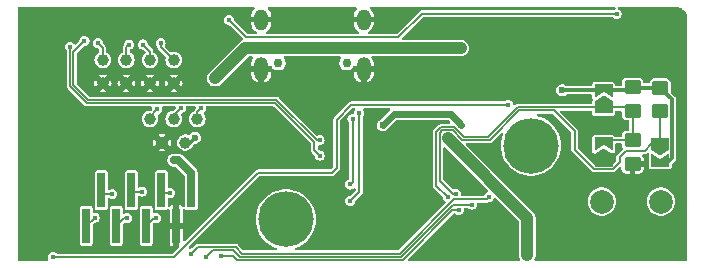
<source format=gbl>
G04 #@! TF.GenerationSoftware,KiCad,Pcbnew,8.0.7-8.0.7-0~ubuntu22.04.1*
G04 #@! TF.CreationDate,2024-12-31T16:15:11+01:00*
G04 #@! TF.ProjectId,kicad_makespace_tutorial,6b696361-645f-46d6-916b-657370616365,rev?*
G04 #@! TF.SameCoordinates,Original*
G04 #@! TF.FileFunction,Copper,L2,Bot*
G04 #@! TF.FilePolarity,Positive*
%FSLAX46Y46*%
G04 Gerber Fmt 4.6, Leading zero omitted, Abs format (unit mm)*
G04 Created by KiCad (PCBNEW 8.0.7-8.0.7-0~ubuntu22.04.1) date 2024-12-31 16:15:11*
%MOMM*%
%LPD*%
G01*
G04 APERTURE LIST*
G04 Aperture macros list*
%AMRoundRect*
0 Rectangle with rounded corners*
0 $1 Rounding radius*
0 $2 $3 $4 $5 $6 $7 $8 $9 X,Y pos of 4 corners*
0 Add a 4 corners polygon primitive as box body*
4,1,4,$2,$3,$4,$5,$6,$7,$8,$9,$2,$3,0*
0 Add four circle primitives for the rounded corners*
1,1,$1+$1,$2,$3*
1,1,$1+$1,$4,$5*
1,1,$1+$1,$6,$7*
1,1,$1+$1,$8,$9*
0 Add four rect primitives between the rounded corners*
20,1,$1+$1,$2,$3,$4,$5,0*
20,1,$1+$1,$4,$5,$6,$7,0*
20,1,$1+$1,$6,$7,$8,$9,0*
20,1,$1+$1,$8,$9,$2,$3,0*%
%AMFreePoly0*
4,1,6,1.000000,0.000000,0.500000,-0.750000,-0.500000,-0.750000,-0.500000,0.750000,0.500000,0.750000,1.000000,0.000000,1.000000,0.000000,$1*%
%AMFreePoly1*
4,1,6,0.500000,-0.750000,-0.650000,-0.750000,-0.150000,0.000000,-0.650000,0.750000,0.500000,0.750000,0.500000,-0.750000,0.500000,-0.750000,$1*%
G04 Aperture macros list end*
G04 #@! TA.AperFunction,ComponentPad*
%ADD10C,2.000000*%
G04 #@! TD*
G04 #@! TA.AperFunction,ComponentPad*
%ADD11C,4.700000*%
G04 #@! TD*
G04 #@! TA.AperFunction,ComponentPad*
%ADD12C,0.750000*%
G04 #@! TD*
G04 #@! TA.AperFunction,ComponentPad*
%ADD13O,1.200000X2.000000*%
G04 #@! TD*
G04 #@! TA.AperFunction,ComponentPad*
%ADD14O,1.200000X1.800000*%
G04 #@! TD*
G04 #@! TA.AperFunction,SMDPad,CuDef*
%ADD15C,1.000000*%
G04 #@! TD*
G04 #@! TA.AperFunction,SMDPad,CuDef*
%ADD16RoundRect,0.250000X-0.450000X0.350000X-0.450000X-0.350000X0.450000X-0.350000X0.450000X0.350000X0*%
G04 #@! TD*
G04 #@! TA.AperFunction,SMDPad,CuDef*
%ADD17FreePoly0,90.000000*%
G04 #@! TD*
G04 #@! TA.AperFunction,SMDPad,CuDef*
%ADD18FreePoly1,90.000000*%
G04 #@! TD*
G04 #@! TA.AperFunction,SMDPad,CuDef*
%ADD19R,0.650000X3.000000*%
G04 #@! TD*
G04 #@! TA.AperFunction,SMDPad,CuDef*
%ADD20FreePoly0,270.000000*%
G04 #@! TD*
G04 #@! TA.AperFunction,SMDPad,CuDef*
%ADD21FreePoly1,270.000000*%
G04 #@! TD*
G04 #@! TA.AperFunction,ViaPad*
%ADD22C,0.600000*%
G04 #@! TD*
G04 #@! TA.AperFunction,ViaPad*
%ADD23C,0.450000*%
G04 #@! TD*
G04 #@! TA.AperFunction,Conductor*
%ADD24C,0.600000*%
G04 #@! TD*
G04 #@! TA.AperFunction,Conductor*
%ADD25C,1.000000*%
G04 #@! TD*
G04 #@! TA.AperFunction,Conductor*
%ADD26C,0.700000*%
G04 #@! TD*
G04 #@! TA.AperFunction,Conductor*
%ADD27C,0.300000*%
G04 #@! TD*
G04 #@! TA.AperFunction,Conductor*
%ADD28C,0.160000*%
G04 #@! TD*
G04 #@! TA.AperFunction,Conductor*
%ADD29C,0.200000*%
G04 #@! TD*
G04 APERTURE END LIST*
D10*
G04 #@! TO.P,J1,1,Pin_1*
G04 #@! TO.N,Net-(J1-Pin_1)*
X56750000Y-17000000D03*
G04 #@! TO.P,J1,2,Pin_2*
G04 #@! TO.N,Net-(J1-Pin_2)*
X61750000Y-17000000D03*
G04 #@! TD*
D11*
G04 #@! TO.P,H1,1*
G04 #@! TO.N,N/C*
X50750000Y-12250000D03*
G04 #@! TD*
D12*
G04 #@! TO.P,USBC1,*
G04 #@! TO.N,*
X35150000Y-5262500D03*
X29350000Y-5262500D03*
D13*
G04 #@! TO.P,USBC1,0,SH*
G04 #@! TO.N,GND*
X36580000Y-5762500D03*
G04 #@! TO.P,USBC1,1*
X27920000Y-5762500D03*
D14*
G04 #@! TO.P,USBC1,2*
X27920000Y-1582500D03*
G04 #@! TO.P,USBC1,3*
X36580000Y-1582500D03*
G04 #@! TD*
D11*
G04 #@! TO.P,H3,1*
G04 #@! TO.N,N/C*
X30000000Y-18500000D03*
G04 #@! TD*
D15*
G04 #@! TO.P,TP11,1,1*
G04 #@! TO.N,GND*
X16500000Y-7000000D03*
G04 #@! TD*
G04 #@! TO.P,TP2,1,1*
G04 #@! TO.N,/GPIO_21*
X14500000Y-5000000D03*
G04 #@! TD*
D16*
G04 #@! TO.P,R5,1*
G04 #@! TO.N,/5V*
X59350000Y-7300000D03*
G04 #@! TO.P,R5,2*
G04 #@! TO.N,/GAIN_SLOT*
X59350000Y-9300000D03*
G04 #@! TD*
D15*
G04 #@! TO.P,TP5,1,1*
G04 #@! TO.N,/GPIO_18*
X18500000Y-5000000D03*
G04 #@! TD*
D17*
G04 #@! TO.P,JP3,1,A*
G04 #@! TO.N,/GAIN_SLOT*
X56900000Y-9025000D03*
D18*
G04 #@! TO.P,JP3,2,B*
G04 #@! TO.N,/5V*
X56900000Y-7575000D03*
G04 #@! TD*
D15*
G04 #@! TO.P,TP7,1,1*
G04 #@! TO.N,/3V3*
X21500000Y-12000000D03*
G04 #@! TD*
D19*
G04 #@! TO.P,J2,1,Pin_1*
G04 #@! TO.N,/3V3*
X21995000Y-16050000D03*
G04 #@! TO.P,J2,2,Pin_2*
G04 #@! TO.N,GND*
X20725000Y-19050000D03*
G04 #@! TO.P,J2,3,Pin_3*
G04 #@! TO.N,/GPIO_26*
X19455000Y-16050000D03*
G04 #@! TO.P,J2,4,Pin_4*
G04 #@! TO.N,/GPIO_25*
X18185000Y-19050000D03*
G04 #@! TO.P,J2,5,Pin_5*
G04 #@! TO.N,/GPIO_33*
X16915000Y-16050000D03*
G04 #@! TO.P,J2,6,Pin_6*
G04 #@! TO.N,/GPIO_32*
X15645000Y-19050000D03*
G04 #@! TO.P,J2,7,Pin_7*
G04 #@! TO.N,/GPIO_35*
X14375000Y-16050000D03*
G04 #@! TO.P,J2,8,Pin_8*
G04 #@! TO.N,/GPIO_34*
X13105000Y-19050000D03*
G04 #@! TD*
D15*
G04 #@! TO.P,TP10,1,1*
G04 #@! TO.N,/GPIO_17*
X18500000Y-10000000D03*
G04 #@! TD*
G04 #@! TO.P,TP1,1,1*
G04 #@! TO.N,GND*
X19500000Y-12000000D03*
G04 #@! TD*
D16*
G04 #@! TO.P,R4,1*
G04 #@! TO.N,/5V*
X61700000Y-7350000D03*
G04 #@! TO.P,R4,2*
G04 #@! TO.N,/SD_MODE*
X61700000Y-9350000D03*
G04 #@! TD*
D15*
G04 #@! TO.P,TP9,1,1*
G04 #@! TO.N,/GPIO_4*
X22500000Y-10000000D03*
G04 #@! TD*
G04 #@! TO.P,TP12,1,1*
G04 #@! TO.N,/GPIO_5*
X20500000Y-5000000D03*
G04 #@! TD*
D17*
G04 #@! TO.P,JP2,1,A*
G04 #@! TO.N,GND*
X56900000Y-13525000D03*
D18*
G04 #@! TO.P,JP2,2,B*
G04 #@! TO.N,/GAIN_SLOT*
X56900000Y-12075000D03*
G04 #@! TD*
D15*
G04 #@! TO.P,TP6,1,1*
G04 #@! TO.N,GND*
X18500000Y-7000000D03*
G04 #@! TD*
G04 #@! TO.P,TP8,1,1*
G04 #@! TO.N,/GPIO_16*
X20500000Y-10000000D03*
G04 #@! TD*
G04 #@! TO.P,TP4,1,1*
G04 #@! TO.N,GND*
X20500000Y-7000000D03*
G04 #@! TD*
D20*
G04 #@! TO.P,JP1,1,A*
G04 #@! TO.N,/SD_MODE*
X61700000Y-12125000D03*
D21*
G04 #@! TO.P,JP1,2,B*
G04 #@! TO.N,/5V*
X61700000Y-13575000D03*
G04 #@! TD*
D15*
G04 #@! TO.P,TP3,1,1*
G04 #@! TO.N,/GPIO_19*
X16500000Y-5000000D03*
G04 #@! TD*
D16*
G04 #@! TO.P,R6,1*
G04 #@! TO.N,/GAIN_SLOT*
X59350000Y-11800000D03*
G04 #@! TO.P,R6,2*
G04 #@! TO.N,GND*
X59350000Y-13800000D03*
G04 #@! TD*
D15*
G04 #@! TO.P,TP13,1,1*
G04 #@! TO.N,GND*
X14500000Y-7000000D03*
G04 #@! TD*
D22*
G04 #@! TO.N,/3V3*
X38200000Y-10550000D03*
X44850000Y-10500000D03*
X24000000Y-6550000D03*
X22300000Y-11600000D03*
X44800000Y-4000000D03*
X20500000Y-13500000D03*
G04 #@! TO.N,GND*
X59700000Y-17550000D03*
X37750000Y-14950000D03*
X9600000Y-4750000D03*
X55500000Y-10550000D03*
X11300000Y-17700000D03*
X27000000Y-19900000D03*
X51800000Y-18750000D03*
X34400000Y-1700000D03*
X56600000Y-5600000D03*
X53400000Y-18800000D03*
D23*
X46350000Y-16300000D03*
D22*
X56050000Y-20300000D03*
X12900000Y-5700000D03*
X51650000Y-20400000D03*
X56700000Y-18650000D03*
X30400000Y-1800000D03*
X42000000Y-21500000D03*
X24550000Y-3850000D03*
X58250000Y-20400000D03*
X58450000Y-18450000D03*
X32450000Y-1600000D03*
X9900000Y-10500000D03*
X56400000Y-2900000D03*
X32800000Y-20300000D03*
X23600000Y-16500000D03*
X51150000Y-17150000D03*
X53650000Y-20350000D03*
X42000000Y-17000000D03*
X36950000Y-20600000D03*
X23000000Y-13500000D03*
X54550000Y-17200000D03*
X45200000Y-2200000D03*
X61100000Y-19100000D03*
X45150000Y-6000000D03*
G04 #@! TO.N,/5V*
X43700000Y-11650000D03*
X50450000Y-21500000D03*
X53400000Y-7575000D03*
X48000000Y-15950000D03*
D23*
G04 #@! TO.N,/SD_MODE*
X44400000Y-16350000D03*
G04 #@! TO.N,/GAIN_SLOT*
X43750000Y-16650000D03*
G04 #@! TO.N,/ESP_PROG*
X58000000Y-1100000D03*
X25200000Y-1650000D03*
G04 #@! TO.N,/ESP_EN*
X48850000Y-8800000D03*
X10300000Y-21700000D03*
G04 #@! TO.N,/USB_N*
X36200000Y-9500000D03*
X35450000Y-16950000D03*
G04 #@! TO.N,/ESP_TXD*
X11750000Y-3900000D03*
X32850000Y-13100000D03*
G04 #@! TO.N,/ESP_RXD*
X32850000Y-11800000D03*
X12950000Y-3400000D03*
G04 #@! TO.N,/USB_P*
X35650000Y-10000000D03*
X35450000Y-15550000D03*
G04 #@! TO.N,/I2S_BCLK*
X23250000Y-21650000D03*
X45750000Y-17250000D03*
G04 #@! TO.N,/I2S_LRCLK*
X47200000Y-16600000D03*
X22000000Y-21400000D03*
G04 #@! TO.N,/I2S_DIN*
X44650000Y-17700000D03*
X24550000Y-21600000D03*
G04 #@! TO.N,/GPIO_21*
X14100000Y-3600000D03*
G04 #@! TO.N,/GPIO_19*
X16700000Y-3700000D03*
G04 #@! TO.N,/GPIO_16*
X21100000Y-9100000D03*
G04 #@! TO.N,/GPIO_17*
X19100000Y-9200000D03*
G04 #@! TO.N,/GPIO_5*
X19400000Y-3600000D03*
G04 #@! TO.N,/GPIO_18*
X17900000Y-3700000D03*
G04 #@! TO.N,/GPIO_4*
X22800000Y-9100000D03*
G04 #@! TO.N,/GPIO_35*
X15300000Y-16350000D03*
G04 #@! TO.N,/GPIO_25*
X19000000Y-18400000D03*
G04 #@! TO.N,/GPIO_32*
X16550000Y-18400000D03*
G04 #@! TO.N,/GPIO_26*
X20200000Y-16250000D03*
G04 #@! TO.N,/GPIO_34*
X13800000Y-18350000D03*
G04 #@! TO.N,/GPIO_33*
X17850000Y-16150000D03*
G04 #@! TD*
D24*
G04 #@! TO.N,/3V3*
X44850000Y-10500000D02*
X43950000Y-9600000D01*
D25*
X26550000Y-4000000D02*
X44800000Y-4000000D01*
D26*
X20900000Y-13500000D02*
X21995000Y-14595000D01*
D27*
X21900000Y-12000000D02*
X22300000Y-11600000D01*
D24*
X39150000Y-9600000D02*
X38200000Y-10550000D01*
D25*
X24000000Y-6550000D02*
X26550000Y-4000000D01*
D27*
X21500000Y-12000000D02*
X21900000Y-12000000D01*
D26*
X20900000Y-13500000D02*
X20500000Y-13500000D01*
D24*
X43950000Y-9600000D02*
X39150000Y-9600000D01*
D27*
X21995000Y-16050000D02*
X21995000Y-14595000D01*
G04 #@! TO.N,/5V*
X61700000Y-13575000D02*
X62455000Y-13575000D01*
X56900000Y-7575000D02*
X59075000Y-7575000D01*
D25*
X43700000Y-11650000D02*
X50450000Y-18400000D01*
D27*
X53400000Y-7575000D02*
X56900000Y-7575000D01*
X62705000Y-8355000D02*
X61700000Y-7350000D01*
D25*
X50450000Y-18400000D02*
X50450000Y-21500000D01*
D27*
X62705000Y-13325000D02*
X62705000Y-8355000D01*
X62455000Y-13575000D02*
X62705000Y-13325000D01*
X61700000Y-7350000D02*
X59400000Y-7350000D01*
D28*
G04 #@! TO.N,/SD_MODE*
X60945000Y-12125000D02*
X61700000Y-12125000D01*
X47257696Y-11760000D02*
X47257695Y-11760001D01*
X57726632Y-14210000D02*
X58250000Y-13686632D01*
X61700000Y-9350000D02*
X61700000Y-12125000D01*
X44910001Y-11760001D02*
X47042304Y-11760000D01*
X52685000Y-9285000D02*
X54450000Y-11050000D01*
X43020000Y-15220000D02*
X43020000Y-11197696D01*
X60370000Y-12700000D02*
X60945000Y-12125000D01*
X47257695Y-11760001D02*
X49732696Y-9285000D01*
X44400000Y-16350000D02*
X44150000Y-16350000D01*
X43020000Y-11197696D02*
X43257696Y-10960000D01*
X43257696Y-10960000D02*
X44110000Y-10960000D01*
X44150000Y-16350000D02*
X43020000Y-15220000D01*
X44110000Y-10960000D02*
X44910001Y-11760001D01*
X47042305Y-11760001D02*
X47257696Y-11760000D01*
X56060000Y-14210000D02*
X57726632Y-14210000D01*
X58800000Y-12700000D02*
X60370000Y-12700000D01*
X47042304Y-11760000D02*
X47042305Y-11760001D01*
X58250000Y-13250000D02*
X58800000Y-12700000D01*
X54450000Y-12600000D02*
X56060000Y-14210000D01*
X54450000Y-11050000D02*
X54450000Y-12600000D01*
X58250000Y-13686632D02*
X58250000Y-13250000D01*
X49732696Y-9285000D02*
X52685000Y-9285000D01*
G04 #@! TO.N,/GAIN_SLOT*
X42750000Y-11100000D02*
X43150000Y-10700000D01*
X43150000Y-10700000D02*
X44250000Y-10700000D01*
X47150000Y-11500000D02*
X49625000Y-9025000D01*
X56900000Y-9025000D02*
X59075000Y-9025000D01*
X42750000Y-15650000D02*
X42750000Y-11100000D01*
X44250000Y-10700000D02*
X45050000Y-11500000D01*
X49625000Y-9025000D02*
X56900000Y-9025000D01*
X59350000Y-9300000D02*
X59350000Y-11800000D01*
X45050000Y-11500000D02*
X47150000Y-11500000D01*
X59350000Y-11800000D02*
X57175000Y-11800000D01*
X43750000Y-16650000D02*
X42750000Y-15650000D01*
G04 #@! TO.N,/ESP_PROG*
X58000000Y-1100000D02*
X41500000Y-1100000D01*
X41500000Y-1100000D02*
X39500000Y-3100000D01*
X39500000Y-3100000D02*
X26650000Y-3100000D01*
X26650000Y-3100000D02*
X25200000Y-1650000D01*
G04 #@! TO.N,/ESP_EN*
X34300000Y-10050000D02*
X34300000Y-14150000D01*
X20500000Y-21700000D02*
X10300000Y-21700000D01*
X48850000Y-8800000D02*
X35550000Y-8800000D01*
X34300000Y-14150000D02*
X33900000Y-14550000D01*
X33900000Y-14550000D02*
X27650000Y-14550000D01*
X35550000Y-8800000D02*
X34300000Y-10050000D01*
X27650000Y-14550000D02*
X20500000Y-21700000D01*
D29*
G04 #@! TO.N,/USB_N*
X36200000Y-16200000D02*
X35450000Y-16950000D01*
X36200000Y-9500000D02*
X36200000Y-16200000D01*
D28*
G04 #@! TO.N,/ESP_TXD*
X29100000Y-8650000D02*
X32420000Y-11970000D01*
X13150000Y-8650000D02*
X29100000Y-8650000D01*
X32420000Y-12670000D02*
X32850000Y-13100000D01*
X32420000Y-11970000D02*
X32420000Y-12670000D01*
X11750000Y-7250000D02*
X13150000Y-8650000D01*
X11750000Y-3900000D02*
X11750000Y-7250000D01*
G04 #@! TO.N,/ESP_RXD*
X12010000Y-4340000D02*
X12950000Y-3400000D01*
X12010000Y-7142304D02*
X12010000Y-4340000D01*
X13257695Y-8389999D02*
X12010000Y-7142304D01*
X32850000Y-11800000D02*
X32617696Y-11800000D01*
X29207695Y-8389999D02*
X13257695Y-8389999D01*
X32617696Y-11800000D02*
X29207695Y-8389999D01*
D29*
G04 #@! TO.N,/USB_P*
X35650000Y-15350000D02*
X35450000Y-15550000D01*
X35650000Y-10000000D02*
X35650000Y-15350000D01*
D28*
G04 #@! TO.N,/I2S_BCLK*
X26110001Y-21660001D02*
X39731887Y-21660001D01*
X44141888Y-17250000D02*
X45750000Y-17250000D01*
X23790000Y-21110000D02*
X25560000Y-21110000D01*
X25560000Y-21110000D02*
X26110001Y-21660001D01*
X23250000Y-21650000D02*
X23790000Y-21110000D01*
X39731887Y-21660001D02*
X44141888Y-17250000D01*
G04 #@! TO.N,/I2S_LRCLK*
X22000000Y-21400000D02*
X22550000Y-20850000D01*
X44224192Y-16800000D02*
X47000000Y-16800000D01*
X39624192Y-21400000D02*
X44224192Y-16800000D01*
X47000000Y-16800000D02*
X47200000Y-16600000D01*
X22550000Y-20850000D02*
X25750000Y-20850000D01*
X26300000Y-21400000D02*
X39624192Y-21400000D01*
X25750000Y-20850000D02*
X26300000Y-21400000D01*
G04 #@! TO.N,/I2S_DIN*
X39880000Y-21920000D02*
X44100000Y-17700000D01*
X25550000Y-21600000D02*
X25870000Y-21920000D01*
X24550000Y-21600000D02*
X25550000Y-21600000D01*
X44100000Y-17700000D02*
X44650000Y-17700000D01*
X25870000Y-21920000D02*
X39880000Y-21920000D01*
G04 #@! TO.N,/GPIO_21*
X14500000Y-5000000D02*
X14500000Y-4000000D01*
X14500000Y-4000000D02*
X14100000Y-3600000D01*
G04 #@! TO.N,/GPIO_19*
X16500000Y-5000000D02*
X16500000Y-3900000D01*
X16500000Y-3900000D02*
X16700000Y-3700000D01*
G04 #@! TO.N,/GPIO_16*
X20500000Y-9700000D02*
X21100000Y-9100000D01*
G04 #@! TO.N,/GPIO_17*
X18500000Y-9800000D02*
X19100000Y-9200000D01*
G04 #@! TO.N,/GPIO_5*
X20500000Y-5000000D02*
X19400000Y-3900000D01*
X19400000Y-3900000D02*
X19400000Y-3600000D01*
G04 #@! TO.N,/GPIO_18*
X18500000Y-4300000D02*
X17900000Y-3700000D01*
X18500000Y-5000000D02*
X18500000Y-4300000D01*
G04 #@! TO.N,/GPIO_4*
X22500000Y-10000000D02*
X22500000Y-9400000D01*
X22500000Y-9400000D02*
X22800000Y-9100000D01*
G04 #@! TO.N,/GPIO_35*
X15300000Y-16350000D02*
X14675000Y-16350000D01*
X14675000Y-16350000D02*
X14375000Y-16050000D01*
G04 #@! TO.N,/GPIO_25*
X19000000Y-18400000D02*
X18835000Y-18400000D01*
X18835000Y-18400000D02*
X18185000Y-19050000D01*
G04 #@! TO.N,/GPIO_32*
X16550000Y-18400000D02*
X16295000Y-18400000D01*
X16295000Y-18400000D02*
X15645000Y-19050000D01*
G04 #@! TO.N,/GPIO_26*
X20200000Y-16250000D02*
X19655000Y-16250000D01*
G04 #@! TO.N,/GPIO_34*
X13800000Y-18355000D02*
X13105000Y-19050000D01*
X13800000Y-18350000D02*
X13800000Y-18355000D01*
G04 #@! TO.N,/GPIO_33*
X17850000Y-16150000D02*
X17015000Y-16150000D01*
G04 #@! TD*
G04 #@! TA.AperFunction,Conductor*
G04 #@! TO.N,GND*
G36*
X27319103Y-519406D02*
G01*
X27355067Y-568906D01*
X27355067Y-630092D01*
X27330916Y-669503D01*
X27259759Y-740659D01*
X27166739Y-879874D01*
X27102664Y-1034565D01*
X27070000Y-1198779D01*
X27070000Y-1332499D01*
X27070001Y-1332500D01*
X27520001Y-1332500D01*
X27520001Y-1832500D01*
X27070001Y-1832500D01*
X27070000Y-1832501D01*
X27070000Y-1966220D01*
X27102664Y-2130434D01*
X27166739Y-2285125D01*
X27259759Y-2424340D01*
X27378159Y-2542740D01*
X27521002Y-2638184D01*
X27558882Y-2686234D01*
X27561284Y-2747372D01*
X27527292Y-2798246D01*
X27469888Y-2819424D01*
X27466001Y-2819500D01*
X26807195Y-2819500D01*
X26749004Y-2800593D01*
X26737191Y-2790504D01*
X25659800Y-1713113D01*
X25632023Y-1658596D01*
X25631882Y-1656806D01*
X25611925Y-1530804D01*
X25609719Y-1516874D01*
X25548528Y-1396780D01*
X25453220Y-1301472D01*
X25453217Y-1301470D01*
X25333129Y-1240282D01*
X25333127Y-1240281D01*
X25200000Y-1219196D01*
X25066872Y-1240281D01*
X25066870Y-1240282D01*
X24946782Y-1301470D01*
X24851470Y-1396782D01*
X24790282Y-1516870D01*
X24790281Y-1516872D01*
X24769196Y-1649999D01*
X24769196Y-1650000D01*
X24790281Y-1783127D01*
X24790282Y-1783129D01*
X24851470Y-1903217D01*
X24851472Y-1903220D01*
X24946780Y-1998528D01*
X25066874Y-2059719D01*
X25200000Y-2080804D01*
X25207696Y-2082023D01*
X25207165Y-2085371D01*
X25251300Y-2099711D01*
X25263113Y-2109800D01*
X26335699Y-3182386D01*
X26363476Y-3236903D01*
X26353905Y-3297335D01*
X26310640Y-3340600D01*
X26303581Y-3343854D01*
X26218189Y-3379224D01*
X26103460Y-3455883D01*
X23455883Y-6103460D01*
X23379223Y-6218191D01*
X23326420Y-6345670D01*
X23326420Y-6345672D01*
X23299500Y-6481003D01*
X23299500Y-6618996D01*
X23326420Y-6754327D01*
X23326420Y-6754329D01*
X23379223Y-6881808D01*
X23448732Y-6985837D01*
X23455886Y-6996543D01*
X23553457Y-7094114D01*
X23668189Y-7170775D01*
X23795672Y-7223580D01*
X23931006Y-7250500D01*
X23931007Y-7250500D01*
X24068993Y-7250500D01*
X24068994Y-7250500D01*
X24204328Y-7223580D01*
X24331811Y-7170775D01*
X24446543Y-7094114D01*
X26811161Y-4729496D01*
X26865678Y-4701719D01*
X26881165Y-4700500D01*
X27154832Y-4700500D01*
X27213023Y-4719407D01*
X27248987Y-4768907D01*
X27248987Y-4830093D01*
X27237148Y-4854501D01*
X27166739Y-4959874D01*
X27102664Y-5114565D01*
X27070000Y-5278779D01*
X27070000Y-5512499D01*
X27070001Y-5512500D01*
X27520001Y-5512500D01*
X27520001Y-6012500D01*
X27070001Y-6012500D01*
X27070000Y-6012501D01*
X27070000Y-6246220D01*
X27102664Y-6410434D01*
X27166739Y-6565125D01*
X27259759Y-6704340D01*
X27378159Y-6822740D01*
X27517374Y-6915760D01*
X27670000Y-6978979D01*
X27670000Y-6478171D01*
X27674395Y-6482566D01*
X27765606Y-6535227D01*
X27867339Y-6562486D01*
X27972661Y-6562486D01*
X28074394Y-6535227D01*
X28165605Y-6482566D01*
X28170000Y-6478171D01*
X28170000Y-6978978D01*
X28322625Y-6915760D01*
X28461840Y-6822740D01*
X28580240Y-6704340D01*
X28673260Y-6565125D01*
X28737335Y-6410434D01*
X28769999Y-6246220D01*
X28770000Y-6246216D01*
X28770000Y-6012501D01*
X28769999Y-6012500D01*
X28319999Y-6012500D01*
X28319999Y-5512500D01*
X28711844Y-5512500D01*
X28770035Y-5531407D01*
X28794159Y-5556498D01*
X28864141Y-5661232D01*
X28864142Y-5661233D01*
X28951267Y-5748358D01*
X29053714Y-5816811D01*
X29167548Y-5863963D01*
X29288394Y-5888000D01*
X29288396Y-5888000D01*
X29411604Y-5888000D01*
X29411606Y-5888000D01*
X29532452Y-5863963D01*
X29646286Y-5816811D01*
X29748733Y-5748358D01*
X29835858Y-5661233D01*
X29904311Y-5558786D01*
X29951463Y-5444952D01*
X29975500Y-5324106D01*
X29975500Y-5200894D01*
X29951463Y-5080048D01*
X29904311Y-4966214D01*
X29835858Y-4863767D01*
X29835856Y-4863764D01*
X29834654Y-4862300D01*
X29834338Y-4861493D01*
X29833156Y-4859724D01*
X29833544Y-4859464D01*
X29812357Y-4805322D01*
X29827810Y-4746120D01*
X29875110Y-4707307D01*
X29911186Y-4700500D01*
X34588814Y-4700500D01*
X34647005Y-4719407D01*
X34682969Y-4768907D01*
X34682969Y-4830093D01*
X34666779Y-4859680D01*
X34666844Y-4859724D01*
X34666355Y-4860455D01*
X34665346Y-4862300D01*
X34664143Y-4863764D01*
X34595688Y-4966214D01*
X34548536Y-5080049D01*
X34524500Y-5200891D01*
X34524500Y-5324108D01*
X34548536Y-5444950D01*
X34595688Y-5558785D01*
X34595689Y-5558786D01*
X34664142Y-5661233D01*
X34751267Y-5748358D01*
X34853714Y-5816811D01*
X34967548Y-5863963D01*
X35088394Y-5888000D01*
X35088396Y-5888000D01*
X35211604Y-5888000D01*
X35211606Y-5888000D01*
X35332452Y-5863963D01*
X35446286Y-5816811D01*
X35548733Y-5748358D01*
X35635858Y-5661233D01*
X35660821Y-5623871D01*
X35705841Y-5556498D01*
X35753892Y-5518619D01*
X35788156Y-5512500D01*
X36180001Y-5512500D01*
X36180001Y-6012500D01*
X35730001Y-6012500D01*
X35730000Y-6012501D01*
X35730000Y-6246220D01*
X35762664Y-6410434D01*
X35826739Y-6565125D01*
X35919759Y-6704340D01*
X36038159Y-6822740D01*
X36177374Y-6915760D01*
X36330000Y-6978979D01*
X36330000Y-6478196D01*
X36334395Y-6482591D01*
X36425606Y-6535252D01*
X36527339Y-6562511D01*
X36632661Y-6562511D01*
X36734394Y-6535252D01*
X36825605Y-6482591D01*
X36830000Y-6478196D01*
X36830000Y-6978978D01*
X36982625Y-6915760D01*
X37121840Y-6822740D01*
X37240240Y-6704340D01*
X37333260Y-6565125D01*
X37397335Y-6410434D01*
X37429999Y-6246220D01*
X37430000Y-6246216D01*
X37430000Y-6012501D01*
X37429999Y-6012500D01*
X36979999Y-6012500D01*
X36979999Y-5512500D01*
X37429999Y-5512500D01*
X37430000Y-5512499D01*
X37430000Y-5278783D01*
X37429999Y-5278779D01*
X37397335Y-5114565D01*
X37333260Y-4959874D01*
X37262852Y-4854501D01*
X37246244Y-4795613D01*
X37267422Y-4738210D01*
X37318295Y-4704217D01*
X37345168Y-4700500D01*
X44868992Y-4700500D01*
X44868993Y-4700500D01*
X45004328Y-4673580D01*
X45131811Y-4620775D01*
X45246542Y-4544114D01*
X45344114Y-4446542D01*
X45420775Y-4331811D01*
X45473580Y-4204328D01*
X45500500Y-4068993D01*
X45500500Y-3931007D01*
X45473580Y-3795672D01*
X45447673Y-3733126D01*
X45420777Y-3668193D01*
X45420771Y-3668182D01*
X45344114Y-3553458D01*
X45246541Y-3455885D01*
X45131817Y-3379228D01*
X45131806Y-3379222D01*
X45004328Y-3326420D01*
X44868995Y-3299500D01*
X44868993Y-3299500D01*
X39936193Y-3299500D01*
X39878002Y-3280593D01*
X39842038Y-3231093D01*
X39842038Y-3169907D01*
X39866189Y-3130496D01*
X40198440Y-2798246D01*
X41587191Y-1409496D01*
X41641708Y-1381719D01*
X41657195Y-1380500D01*
X57637744Y-1380500D01*
X57695935Y-1399407D01*
X57707747Y-1409496D01*
X57732326Y-1434074D01*
X57746780Y-1448528D01*
X57866874Y-1509719D01*
X58000000Y-1530804D01*
X58133126Y-1509719D01*
X58253220Y-1448528D01*
X58348528Y-1353220D01*
X58409719Y-1233126D01*
X58430804Y-1100000D01*
X58409719Y-966874D01*
X58348528Y-846780D01*
X58253220Y-751472D01*
X58231998Y-740659D01*
X58128077Y-687708D01*
X58084813Y-644444D01*
X58075242Y-584011D01*
X58103020Y-529495D01*
X58157536Y-501718D01*
X58173023Y-500499D01*
X63060712Y-500499D01*
X63075292Y-501578D01*
X63218737Y-522939D01*
X63234848Y-526737D01*
X63378443Y-573564D01*
X63393694Y-579993D01*
X63527480Y-650093D01*
X63541449Y-658974D01*
X63661682Y-750384D01*
X63673976Y-761470D01*
X63746326Y-838614D01*
X63777291Y-871630D01*
X63787567Y-884610D01*
X63871091Y-1010461D01*
X63879059Y-1024970D01*
X63940436Y-1162958D01*
X63945876Y-1178593D01*
X63983408Y-1324897D01*
X63986166Y-1341220D01*
X63999153Y-1496008D01*
X63999500Y-1504285D01*
X63999500Y-21900500D01*
X63980593Y-21958691D01*
X63931093Y-21994655D01*
X63900500Y-21999500D01*
X51143945Y-21999500D01*
X51085754Y-21980593D01*
X51049790Y-21931093D01*
X51049790Y-21869907D01*
X51061631Y-21845497D01*
X51070770Y-21831819D01*
X51070771Y-21831816D01*
X51070775Y-21831811D01*
X51123580Y-21704328D01*
X51150500Y-21568993D01*
X51150500Y-18331007D01*
X51146932Y-18313072D01*
X51123580Y-18195672D01*
X51070775Y-18068189D01*
X50994114Y-17953457D01*
X50040657Y-17000000D01*
X55544357Y-17000000D01*
X55564885Y-17221536D01*
X55625771Y-17435528D01*
X55724942Y-17634689D01*
X55859019Y-17812236D01*
X56023438Y-17962124D01*
X56212599Y-18079247D01*
X56420060Y-18159618D01*
X56638757Y-18200500D01*
X56861243Y-18200500D01*
X57079940Y-18159618D01*
X57287401Y-18079247D01*
X57476562Y-17962124D01*
X57640981Y-17812236D01*
X57775058Y-17634689D01*
X57874229Y-17435528D01*
X57935115Y-17221536D01*
X57955643Y-17000000D01*
X60544357Y-17000000D01*
X60564885Y-17221536D01*
X60625771Y-17435528D01*
X60724942Y-17634689D01*
X60859019Y-17812236D01*
X61023438Y-17962124D01*
X61212599Y-18079247D01*
X61420060Y-18159618D01*
X61638757Y-18200500D01*
X61861243Y-18200500D01*
X62079940Y-18159618D01*
X62287401Y-18079247D01*
X62476562Y-17962124D01*
X62640981Y-17812236D01*
X62775058Y-17634689D01*
X62874229Y-17435528D01*
X62935115Y-17221536D01*
X62955643Y-17000000D01*
X62935115Y-16778464D01*
X62874229Y-16564472D01*
X62775058Y-16365311D01*
X62640981Y-16187764D01*
X62476562Y-16037876D01*
X62287401Y-15920753D01*
X62079940Y-15840382D01*
X62079939Y-15840381D01*
X62079937Y-15840381D01*
X61861243Y-15799500D01*
X61638757Y-15799500D01*
X61420062Y-15840381D01*
X61387373Y-15853045D01*
X61212599Y-15920753D01*
X61082236Y-16001470D01*
X61023438Y-16037876D01*
X60859020Y-16187763D01*
X60724943Y-16365309D01*
X60724938Y-16365318D01*
X60625772Y-16564469D01*
X60625771Y-16564472D01*
X60564885Y-16778464D01*
X60544357Y-17000000D01*
X57955643Y-17000000D01*
X57935115Y-16778464D01*
X57874229Y-16564472D01*
X57775058Y-16365311D01*
X57640981Y-16187764D01*
X57476562Y-16037876D01*
X57287401Y-15920753D01*
X57079940Y-15840382D01*
X57079939Y-15840381D01*
X57079937Y-15840381D01*
X56861243Y-15799500D01*
X56638757Y-15799500D01*
X56420062Y-15840381D01*
X56387373Y-15853045D01*
X56212599Y-15920753D01*
X56082236Y-16001470D01*
X56023438Y-16037876D01*
X55859020Y-16187763D01*
X55724943Y-16365309D01*
X55724938Y-16365318D01*
X55625772Y-16564469D01*
X55625771Y-16564472D01*
X55564885Y-16778464D01*
X55544357Y-17000000D01*
X50040657Y-17000000D01*
X45250161Y-12209504D01*
X45222384Y-12154987D01*
X45231955Y-12094555D01*
X45275220Y-12051290D01*
X45320165Y-12040500D01*
X46999297Y-12040500D01*
X46999313Y-12040501D01*
X47005376Y-12040501D01*
X47120228Y-12040501D01*
X47120241Y-12040500D01*
X47212779Y-12040500D01*
X47212791Y-12040501D01*
X47220766Y-12040501D01*
X47294625Y-12040501D01*
X47294625Y-12040500D01*
X47365964Y-12021385D01*
X47429923Y-11984458D01*
X47429928Y-11984455D01*
X47482153Y-11932230D01*
X47482154Y-11932227D01*
X48212047Y-11202333D01*
X48266562Y-11174558D01*
X48326994Y-11184129D01*
X48370259Y-11227394D01*
X48379830Y-11287826D01*
X48374790Y-11306254D01*
X48374878Y-11306283D01*
X48374276Y-11308134D01*
X48374104Y-11308765D01*
X48373922Y-11309223D01*
X48345888Y-11395504D01*
X48279443Y-11600002D01*
X48274745Y-11614460D01*
X48274742Y-11614470D01*
X48214608Y-11929700D01*
X48194457Y-12250000D01*
X48214608Y-12570299D01*
X48274742Y-12885529D01*
X48274744Y-12885538D01*
X48342217Y-13093197D01*
X48373918Y-13190764D01*
X48510561Y-13481142D01*
X48510568Y-13481155D01*
X48682521Y-13752109D01*
X48887083Y-13999383D01*
X48887093Y-13999394D01*
X49016300Y-14120727D01*
X49121036Y-14219080D01*
X49380672Y-14407716D01*
X49380679Y-14407719D01*
X49380682Y-14407722D01*
X49661901Y-14562323D01*
X49661904Y-14562325D01*
X49811098Y-14621395D01*
X49960294Y-14680466D01*
X50271139Y-14760277D01*
X50589536Y-14800500D01*
X50910464Y-14800500D01*
X51228861Y-14760277D01*
X51539706Y-14680466D01*
X51786688Y-14582678D01*
X51838095Y-14562325D01*
X51838097Y-14562324D01*
X52119328Y-14407716D01*
X52378964Y-14219080D01*
X52612911Y-13999390D01*
X52817478Y-13752110D01*
X52989439Y-13481142D01*
X53126084Y-13190758D01*
X53225256Y-12885538D01*
X53285392Y-12570294D01*
X53305543Y-12250000D01*
X53285392Y-11929706D01*
X53225256Y-11614462D01*
X53126084Y-11309242D01*
X53116006Y-11287826D01*
X53040727Y-11127850D01*
X52989439Y-11018858D01*
X52989435Y-11018853D01*
X52989431Y-11018844D01*
X52817478Y-10747890D01*
X52612916Y-10500616D01*
X52612906Y-10500605D01*
X52406538Y-10306814D01*
X52378964Y-10280920D01*
X52119328Y-10092284D01*
X52119322Y-10092280D01*
X52119317Y-10092277D01*
X51838098Y-9937676D01*
X51838095Y-9937674D01*
X51539706Y-9819534D01*
X51468486Y-9801248D01*
X51309350Y-9760389D01*
X51257691Y-9727605D01*
X51235167Y-9670717D01*
X51250383Y-9611453D01*
X51297527Y-9572452D01*
X51333972Y-9565500D01*
X52527806Y-9565500D01*
X52585997Y-9584407D01*
X52597810Y-9594496D01*
X54140504Y-11137190D01*
X54168281Y-11191707D01*
X54169500Y-11207194D01*
X54169500Y-12636930D01*
X54175625Y-12659787D01*
X54175625Y-12659789D01*
X54188614Y-12708265D01*
X54188614Y-12708266D01*
X54198282Y-12725011D01*
X54225544Y-12772231D01*
X54277769Y-12824456D01*
X54277771Y-12824457D01*
X55887769Y-14434456D01*
X55951731Y-14471384D01*
X55951733Y-14471384D01*
X55951734Y-14471385D01*
X55987401Y-14480942D01*
X56023068Y-14490499D01*
X56023070Y-14490500D01*
X56023071Y-14490500D01*
X57763562Y-14490500D01*
X57763562Y-14490499D01*
X57834897Y-14471385D01*
X57834898Y-14471385D01*
X57834898Y-14471384D01*
X57834901Y-14471384D01*
X57898863Y-14434456D01*
X57951088Y-14382231D01*
X57951088Y-14382229D01*
X57959238Y-14374080D01*
X57959239Y-14374077D01*
X58230999Y-14102318D01*
X58285513Y-14074543D01*
X58345945Y-14084114D01*
X58389210Y-14127379D01*
X58400000Y-14172324D01*
X58400000Y-14197824D01*
X58399999Y-14197824D01*
X58406401Y-14257370D01*
X58406403Y-14257381D01*
X58456646Y-14392088D01*
X58456647Y-14392090D01*
X58542807Y-14507184D01*
X58542815Y-14507192D01*
X58657909Y-14593352D01*
X58657911Y-14593353D01*
X58792618Y-14643596D01*
X58792629Y-14643598D01*
X58852176Y-14650000D01*
X59099999Y-14650000D01*
X59100000Y-14649999D01*
X59100000Y-14050001D01*
X59600000Y-14050001D01*
X59600000Y-14649999D01*
X59600001Y-14650000D01*
X59847824Y-14650000D01*
X59907370Y-14643598D01*
X59907381Y-14643596D01*
X60042088Y-14593353D01*
X60042090Y-14593352D01*
X60157184Y-14507192D01*
X60157192Y-14507184D01*
X60243352Y-14392090D01*
X60243353Y-14392088D01*
X60293596Y-14257381D01*
X60293598Y-14257370D01*
X60300000Y-14197824D01*
X60300000Y-14050001D01*
X60299999Y-14050000D01*
X59600001Y-14050000D01*
X59600000Y-14050001D01*
X59100000Y-14050001D01*
X59100000Y-13899000D01*
X59118907Y-13840809D01*
X59168407Y-13804845D01*
X59199000Y-13800000D01*
X59349999Y-13800000D01*
X59350000Y-13799999D01*
X59350000Y-13649000D01*
X59368907Y-13590809D01*
X59418407Y-13554845D01*
X59449000Y-13550000D01*
X60299999Y-13550000D01*
X60300000Y-13549999D01*
X60300000Y-13402175D01*
X60293598Y-13342629D01*
X60293596Y-13342618D01*
X60243353Y-13207911D01*
X60243352Y-13207909D01*
X60191639Y-13138829D01*
X60171902Y-13080914D01*
X60189976Y-13022459D01*
X60238957Y-12985792D01*
X60270892Y-12980500D01*
X60406930Y-12980500D01*
X60406930Y-12980499D01*
X60478265Y-12961385D01*
X60478266Y-12961385D01*
X60478266Y-12961384D01*
X60478269Y-12961384D01*
X60542231Y-12924456D01*
X60575498Y-12891188D01*
X60630013Y-12863413D01*
X60690445Y-12872984D01*
X60733710Y-12916249D01*
X60744500Y-12961194D01*
X60744500Y-14075001D01*
X60749651Y-14120727D01*
X60774500Y-14172324D01*
X60789334Y-14203127D01*
X60860837Y-14260149D01*
X60950000Y-14280500D01*
X62449999Y-14280500D01*
X62450000Y-14280500D01*
X62495728Y-14275348D01*
X62578127Y-14235666D01*
X62635149Y-14164163D01*
X62655500Y-14075000D01*
X62655500Y-13911189D01*
X62674407Y-13852998D01*
X62684496Y-13841186D01*
X62735470Y-13790212D01*
X62985469Y-13540212D01*
X63031614Y-13460288D01*
X63037720Y-13437500D01*
X63055500Y-13371144D01*
X63055500Y-8308856D01*
X63031614Y-8219712D01*
X63000340Y-8165544D01*
X62985470Y-8139788D01*
X62811393Y-7965711D01*
X62629496Y-7783813D01*
X62601719Y-7729297D01*
X62600500Y-7713810D01*
X62600500Y-6945727D01*
X62600499Y-6945725D01*
X62599127Y-6931093D01*
X62597646Y-6915301D01*
X62552793Y-6787118D01*
X62528592Y-6754327D01*
X62472154Y-6677855D01*
X62472152Y-6677853D01*
X62472150Y-6677850D01*
X62472146Y-6677847D01*
X62472144Y-6677845D01*
X62362883Y-6597207D01*
X62234703Y-6552355D01*
X62234694Y-6552353D01*
X62204274Y-6549500D01*
X62204266Y-6549500D01*
X61195734Y-6549500D01*
X61195725Y-6549500D01*
X61165305Y-6552353D01*
X61165296Y-6552355D01*
X61037116Y-6597207D01*
X60927855Y-6677845D01*
X60927845Y-6677855D01*
X60847207Y-6787116D01*
X60802355Y-6915296D01*
X60801069Y-6921185D01*
X60798193Y-6920556D01*
X60778656Y-6965871D01*
X60726033Y-6997087D01*
X60704308Y-6999500D01*
X60349500Y-6999500D01*
X60291309Y-6980593D01*
X60255345Y-6931093D01*
X60250500Y-6900500D01*
X60250500Y-6895727D01*
X60250499Y-6895725D01*
X60248523Y-6874651D01*
X60247646Y-6865301D01*
X60202793Y-6737118D01*
X60159055Y-6677855D01*
X60122154Y-6627855D01*
X60122152Y-6627853D01*
X60122150Y-6627850D01*
X60122146Y-6627847D01*
X60122144Y-6627845D01*
X60012883Y-6547207D01*
X59884703Y-6502355D01*
X59884694Y-6502353D01*
X59854274Y-6499500D01*
X59854266Y-6499500D01*
X58845734Y-6499500D01*
X58845725Y-6499500D01*
X58815305Y-6502353D01*
X58815296Y-6502355D01*
X58687116Y-6547207D01*
X58577855Y-6627845D01*
X58577845Y-6627855D01*
X58497207Y-6737116D01*
X58452355Y-6865296D01*
X58452353Y-6865305D01*
X58449500Y-6895725D01*
X58449500Y-7125500D01*
X58430593Y-7183691D01*
X58381093Y-7219655D01*
X58350500Y-7224500D01*
X57954500Y-7224500D01*
X57896309Y-7205593D01*
X57860345Y-7156093D01*
X57855500Y-7125500D01*
X57855500Y-7075000D01*
X57850348Y-7029272D01*
X57810666Y-6946873D01*
X57809227Y-6945725D01*
X57739162Y-6889850D01*
X57650000Y-6869500D01*
X56150000Y-6869500D01*
X56149998Y-6869500D01*
X56104272Y-6874651D01*
X56021872Y-6914334D01*
X55964850Y-6985837D01*
X55944500Y-7075000D01*
X55944500Y-7125500D01*
X55925593Y-7183691D01*
X55876093Y-7219655D01*
X55845500Y-7224500D01*
X53803759Y-7224500D01*
X53745568Y-7205593D01*
X53736596Y-7197359D01*
X53736480Y-7197494D01*
X53731128Y-7192856D01*
X53610057Y-7115049D01*
X53610054Y-7115047D01*
X53610053Y-7115047D01*
X53610050Y-7115046D01*
X53471964Y-7074500D01*
X53471961Y-7074500D01*
X53328039Y-7074500D01*
X53328035Y-7074500D01*
X53189949Y-7115046D01*
X53189942Y-7115049D01*
X53068873Y-7192855D01*
X52974622Y-7301628D01*
X52914834Y-7432543D01*
X52894353Y-7574997D01*
X52894353Y-7575002D01*
X52914834Y-7717456D01*
X52974622Y-7848371D01*
X52974623Y-7848373D01*
X53043682Y-7928072D01*
X53068873Y-7957144D01*
X53189942Y-8034950D01*
X53189947Y-8034953D01*
X53296403Y-8066211D01*
X53328035Y-8075499D01*
X53328036Y-8075499D01*
X53328039Y-8075500D01*
X53328041Y-8075500D01*
X53471959Y-8075500D01*
X53471961Y-8075500D01*
X53610053Y-8034953D01*
X53731128Y-7957143D01*
X53736480Y-7952506D01*
X53737968Y-7954223D01*
X53781341Y-7928072D01*
X53803759Y-7925500D01*
X55845500Y-7925500D01*
X55903691Y-7944407D01*
X55939655Y-7993907D01*
X55944500Y-8024500D01*
X55944500Y-8224999D01*
X55944501Y-8225011D01*
X55957933Y-8298079D01*
X55957936Y-8298088D01*
X55971013Y-8317703D01*
X55987560Y-8376608D01*
X55969407Y-8425653D01*
X55969690Y-8425789D01*
X55968252Y-8428773D01*
X55966322Y-8433990D01*
X55966046Y-8434338D01*
X55964851Y-8435836D01*
X55964850Y-8435837D01*
X55944500Y-8525000D01*
X55944500Y-8645500D01*
X55925593Y-8703691D01*
X55876093Y-8739655D01*
X55845500Y-8744500D01*
X49588072Y-8744500D01*
X49516731Y-8763616D01*
X49516730Y-8763616D01*
X49516728Y-8763617D01*
X49462152Y-8795126D01*
X49453711Y-8800000D01*
X49453706Y-8800003D01*
X49453705Y-8800002D01*
X49452769Y-8800543D01*
X49441778Y-8811534D01*
X49387261Y-8839310D01*
X49326829Y-8829736D01*
X49283566Y-8786470D01*
X49273996Y-8757015D01*
X49271246Y-8739655D01*
X49259719Y-8666874D01*
X49198528Y-8546780D01*
X49103220Y-8451472D01*
X49103217Y-8451470D01*
X48983129Y-8390282D01*
X48983127Y-8390281D01*
X48850000Y-8369196D01*
X48716872Y-8390281D01*
X48716870Y-8390282D01*
X48596782Y-8451470D01*
X48596778Y-8451473D01*
X48557747Y-8490504D01*
X48503230Y-8518281D01*
X48487744Y-8519500D01*
X35513068Y-8519500D01*
X35441734Y-8538614D01*
X35441733Y-8538614D01*
X35377769Y-8575544D01*
X34127771Y-9825542D01*
X34127769Y-9825544D01*
X34127768Y-9825543D01*
X34075544Y-9877767D01*
X34057097Y-9909720D01*
X34038616Y-9941729D01*
X34022870Y-10000497D01*
X34022869Y-10000500D01*
X34019500Y-10013071D01*
X34019500Y-13992806D01*
X34000593Y-14050997D01*
X33990504Y-14062809D01*
X33812811Y-14240503D01*
X33758294Y-14268281D01*
X33742807Y-14269500D01*
X27613068Y-14269500D01*
X27541734Y-14288614D01*
X27541733Y-14288614D01*
X27477769Y-14325544D01*
X21469004Y-20334309D01*
X21414487Y-20362086D01*
X21354055Y-20352515D01*
X21310790Y-20309250D01*
X21300000Y-20264305D01*
X21300000Y-19300001D01*
X21299999Y-19300000D01*
X20975001Y-19300000D01*
X20975000Y-19300001D01*
X20975000Y-20787306D01*
X20956093Y-20845497D01*
X20946004Y-20857310D01*
X20412810Y-21390504D01*
X20358293Y-21418281D01*
X20342806Y-21419500D01*
X10662256Y-21419500D01*
X10604065Y-21400593D01*
X10592253Y-21390504D01*
X10553221Y-21351473D01*
X10553217Y-21351470D01*
X10433129Y-21290282D01*
X10433127Y-21290281D01*
X10300000Y-21269196D01*
X10166872Y-21290281D01*
X10166870Y-21290282D01*
X10046782Y-21351470D01*
X9951470Y-21446782D01*
X9890282Y-21566870D01*
X9890281Y-21566872D01*
X9869196Y-21699999D01*
X9869196Y-21700000D01*
X9890281Y-21833127D01*
X9901709Y-21855556D01*
X9911280Y-21915988D01*
X9883502Y-21970504D01*
X9828985Y-21998281D01*
X9813499Y-21999500D01*
X7399000Y-21999500D01*
X7340809Y-21980593D01*
X7304845Y-21931093D01*
X7300000Y-21900500D01*
X7300000Y-17530253D01*
X12579500Y-17530253D01*
X12579500Y-20569746D01*
X12579501Y-20569758D01*
X12591132Y-20628227D01*
X12591134Y-20628233D01*
X12624235Y-20677771D01*
X12635448Y-20694552D01*
X12635451Y-20694554D01*
X12688853Y-20730237D01*
X12701769Y-20738867D01*
X12746231Y-20747711D01*
X12760241Y-20750498D01*
X12760246Y-20750498D01*
X12760252Y-20750500D01*
X12760253Y-20750500D01*
X13449747Y-20750500D01*
X13449748Y-20750500D01*
X13508231Y-20738867D01*
X13574552Y-20694552D01*
X13618867Y-20628231D01*
X13630500Y-20569748D01*
X13630500Y-18962192D01*
X13649407Y-18904001D01*
X13659491Y-18892194D01*
X13742657Y-18809027D01*
X13797171Y-18781251D01*
X13797173Y-18781251D01*
X13799997Y-18780803D01*
X13800000Y-18780804D01*
X13933126Y-18759719D01*
X14053220Y-18698528D01*
X14148528Y-18603220D01*
X14209719Y-18483126D01*
X14230804Y-18350000D01*
X14209719Y-18216874D01*
X14148528Y-18096780D01*
X14053220Y-18001472D01*
X14053217Y-18001470D01*
X13933129Y-17940282D01*
X13933127Y-17940281D01*
X13800000Y-17919196D01*
X13799999Y-17919196D01*
X13744987Y-17927909D01*
X13684555Y-17918338D01*
X13641290Y-17875073D01*
X13630500Y-17830128D01*
X13630500Y-17530253D01*
X13630498Y-17530241D01*
X13623360Y-17494359D01*
X13618867Y-17471769D01*
X13574552Y-17405448D01*
X13574548Y-17405445D01*
X13508233Y-17361134D01*
X13508231Y-17361133D01*
X13508228Y-17361132D01*
X13508227Y-17361132D01*
X13449758Y-17349501D01*
X13449748Y-17349500D01*
X12760252Y-17349500D01*
X12760251Y-17349500D01*
X12760241Y-17349501D01*
X12701772Y-17361132D01*
X12701766Y-17361134D01*
X12635451Y-17405445D01*
X12635445Y-17405451D01*
X12591134Y-17471766D01*
X12591132Y-17471772D01*
X12579501Y-17530241D01*
X12579500Y-17530253D01*
X7300000Y-17530253D01*
X7300000Y-14530253D01*
X13849500Y-14530253D01*
X13849500Y-17569746D01*
X13849501Y-17569758D01*
X13861132Y-17628227D01*
X13861134Y-17628233D01*
X13905445Y-17694548D01*
X13905448Y-17694552D01*
X13971769Y-17738867D01*
X14016231Y-17747711D01*
X14030241Y-17750498D01*
X14030246Y-17750498D01*
X14030252Y-17750500D01*
X14030253Y-17750500D01*
X14719747Y-17750500D01*
X14719748Y-17750500D01*
X14778231Y-17738867D01*
X14844552Y-17694552D01*
X14888867Y-17628231D01*
X14900500Y-17569748D01*
X14900500Y-17530253D01*
X15119500Y-17530253D01*
X15119500Y-20569746D01*
X15119501Y-20569758D01*
X15131132Y-20628227D01*
X15131134Y-20628233D01*
X15164235Y-20677771D01*
X15175448Y-20694552D01*
X15175451Y-20694554D01*
X15228853Y-20730237D01*
X15241769Y-20738867D01*
X15286231Y-20747711D01*
X15300241Y-20750498D01*
X15300246Y-20750498D01*
X15300252Y-20750500D01*
X15300253Y-20750500D01*
X15989747Y-20750500D01*
X15989748Y-20750500D01*
X16048231Y-20738867D01*
X16114552Y-20694552D01*
X16158867Y-20628231D01*
X16170500Y-20569748D01*
X16170500Y-18962194D01*
X16189407Y-18904003D01*
X16199496Y-18892191D01*
X16276643Y-18815043D01*
X16331159Y-18787265D01*
X16391589Y-18796835D01*
X16416874Y-18809719D01*
X16550000Y-18830804D01*
X16683126Y-18809719D01*
X16803220Y-18748528D01*
X16898528Y-18653220D01*
X16959719Y-18533126D01*
X16980804Y-18400000D01*
X16959719Y-18266874D01*
X16898528Y-18146780D01*
X16803220Y-18051472D01*
X16803217Y-18051470D01*
X16683129Y-17990282D01*
X16683127Y-17990281D01*
X16550000Y-17969196D01*
X16416874Y-17990281D01*
X16314445Y-18042471D01*
X16254013Y-18052042D01*
X16199496Y-18024264D01*
X16171719Y-17969748D01*
X16170500Y-17954261D01*
X16170500Y-17530253D01*
X16170498Y-17530241D01*
X16163360Y-17494359D01*
X16158867Y-17471769D01*
X16114552Y-17405448D01*
X16114548Y-17405445D01*
X16048233Y-17361134D01*
X16048231Y-17361133D01*
X16048228Y-17361132D01*
X16048227Y-17361132D01*
X15989758Y-17349501D01*
X15989748Y-17349500D01*
X15300252Y-17349500D01*
X15300251Y-17349500D01*
X15300241Y-17349501D01*
X15241772Y-17361132D01*
X15241766Y-17361134D01*
X15175451Y-17405445D01*
X15175445Y-17405451D01*
X15131134Y-17471766D01*
X15131132Y-17471772D01*
X15119501Y-17530241D01*
X15119500Y-17530253D01*
X14900500Y-17530253D01*
X14900500Y-16785547D01*
X14919407Y-16727356D01*
X14968907Y-16691392D01*
X15030093Y-16691392D01*
X15044446Y-16697338D01*
X15046778Y-16698526D01*
X15046780Y-16698528D01*
X15166874Y-16759719D01*
X15300000Y-16780804D01*
X15433126Y-16759719D01*
X15553220Y-16698528D01*
X15648528Y-16603220D01*
X15709719Y-16483126D01*
X15730804Y-16350000D01*
X15709719Y-16216874D01*
X15648528Y-16096780D01*
X15553220Y-16001472D01*
X15553217Y-16001470D01*
X15433129Y-15940282D01*
X15433127Y-15940281D01*
X15300000Y-15919196D01*
X15166874Y-15940281D01*
X15087344Y-15980804D01*
X15044445Y-16002662D01*
X14984013Y-16012233D01*
X14929497Y-15984456D01*
X14901719Y-15929939D01*
X14900500Y-15914452D01*
X14900500Y-14530253D01*
X16389500Y-14530253D01*
X16389500Y-17569746D01*
X16389501Y-17569758D01*
X16401132Y-17628227D01*
X16401134Y-17628233D01*
X16445445Y-17694548D01*
X16445448Y-17694552D01*
X16511769Y-17738867D01*
X16556231Y-17747711D01*
X16570241Y-17750498D01*
X16570246Y-17750498D01*
X16570252Y-17750500D01*
X16570253Y-17750500D01*
X17259747Y-17750500D01*
X17259748Y-17750500D01*
X17318231Y-17738867D01*
X17384552Y-17694552D01*
X17428867Y-17628231D01*
X17440500Y-17569748D01*
X17440500Y-17530253D01*
X17659500Y-17530253D01*
X17659500Y-20569746D01*
X17659501Y-20569758D01*
X17671132Y-20628227D01*
X17671134Y-20628233D01*
X17704235Y-20677771D01*
X17715448Y-20694552D01*
X17715451Y-20694554D01*
X17768853Y-20730237D01*
X17781769Y-20738867D01*
X17826231Y-20747711D01*
X17840241Y-20750498D01*
X17840246Y-20750498D01*
X17840252Y-20750500D01*
X17840253Y-20750500D01*
X18529747Y-20750500D01*
X18529748Y-20750500D01*
X18588231Y-20738867D01*
X18654552Y-20694552D01*
X18698867Y-20628231D01*
X18710500Y-20569748D01*
X18710500Y-19300001D01*
X20150000Y-19300001D01*
X20150000Y-20574624D01*
X20164506Y-20647546D01*
X20164507Y-20647548D01*
X20219758Y-20730237D01*
X20219762Y-20730241D01*
X20302451Y-20785492D01*
X20302453Y-20785493D01*
X20375375Y-20799999D01*
X20375377Y-20800000D01*
X20474999Y-20800000D01*
X20475000Y-20799999D01*
X20475000Y-19300001D01*
X20474999Y-19300000D01*
X20150001Y-19300000D01*
X20150000Y-19300001D01*
X18710500Y-19300001D01*
X18710500Y-18962194D01*
X18729407Y-18904003D01*
X18739496Y-18892191D01*
X18792438Y-18839248D01*
X18846954Y-18811470D01*
X18877929Y-18811470D01*
X18999999Y-18830804D01*
X18999999Y-18830803D01*
X19000000Y-18830804D01*
X19133126Y-18809719D01*
X19253220Y-18748528D01*
X19348528Y-18653220D01*
X19409719Y-18533126D01*
X19430804Y-18400000D01*
X19409719Y-18266874D01*
X19348528Y-18146780D01*
X19253220Y-18051472D01*
X19253217Y-18051470D01*
X19133129Y-17990282D01*
X19133127Y-17990281D01*
X19000000Y-17969196D01*
X18866874Y-17990281D01*
X18854445Y-17996614D01*
X18794013Y-18006185D01*
X18739496Y-17978408D01*
X18711719Y-17923891D01*
X18710500Y-17908404D01*
X18710500Y-17530253D01*
X18710498Y-17530241D01*
X18703360Y-17494359D01*
X18698867Y-17471769D01*
X18654552Y-17405448D01*
X18654548Y-17405445D01*
X18588233Y-17361134D01*
X18588231Y-17361133D01*
X18588228Y-17361132D01*
X18588227Y-17361132D01*
X18529758Y-17349501D01*
X18529748Y-17349500D01*
X17840252Y-17349500D01*
X17840251Y-17349500D01*
X17840241Y-17349501D01*
X17781772Y-17361132D01*
X17781766Y-17361134D01*
X17715451Y-17405445D01*
X17715445Y-17405451D01*
X17671134Y-17471766D01*
X17671132Y-17471772D01*
X17659501Y-17530241D01*
X17659500Y-17530253D01*
X17440500Y-17530253D01*
X17440500Y-16579281D01*
X17459407Y-16521090D01*
X17508907Y-16485126D01*
X17570093Y-16485126D01*
X17589758Y-16495147D01*
X17589838Y-16494991D01*
X17616763Y-16508710D01*
X17716874Y-16559719D01*
X17850000Y-16580804D01*
X17983126Y-16559719D01*
X18103220Y-16498528D01*
X18198528Y-16403220D01*
X18259719Y-16283126D01*
X18280804Y-16150000D01*
X18259719Y-16016874D01*
X18198528Y-15896780D01*
X18103220Y-15801472D01*
X18103217Y-15801470D01*
X17983129Y-15740282D01*
X17983127Y-15740281D01*
X17850000Y-15719196D01*
X17716872Y-15740281D01*
X17716870Y-15740282D01*
X17589838Y-15805009D01*
X17589118Y-15803596D01*
X17539497Y-15819718D01*
X17481307Y-15800809D01*
X17445344Y-15751308D01*
X17440500Y-15720718D01*
X17440500Y-14530253D01*
X18929500Y-14530253D01*
X18929500Y-17569746D01*
X18929501Y-17569758D01*
X18941132Y-17628227D01*
X18941134Y-17628233D01*
X18985445Y-17694548D01*
X18985448Y-17694552D01*
X19051769Y-17738867D01*
X19096231Y-17747711D01*
X19110241Y-17750498D01*
X19110246Y-17750498D01*
X19110252Y-17750500D01*
X19110253Y-17750500D01*
X19799747Y-17750500D01*
X19799748Y-17750500D01*
X19858231Y-17738867D01*
X19924552Y-17694552D01*
X19968685Y-17628502D01*
X20016735Y-17590624D01*
X20077873Y-17588222D01*
X20128747Y-17622215D01*
X20149924Y-17679619D01*
X20150000Y-17683505D01*
X20150000Y-18799999D01*
X20150001Y-18800000D01*
X20474999Y-18800000D01*
X20475000Y-18799999D01*
X20475000Y-17300001D01*
X20474999Y-17300000D01*
X20375375Y-17300000D01*
X20302453Y-17314506D01*
X20302451Y-17314507D01*
X20219762Y-17369758D01*
X20219758Y-17369762D01*
X20161815Y-17456480D01*
X20113765Y-17494359D01*
X20052627Y-17496761D01*
X20001753Y-17462768D01*
X19980576Y-17405364D01*
X19980500Y-17401478D01*
X19980500Y-16761952D01*
X19999407Y-16703761D01*
X20048907Y-16667797D01*
X20094984Y-16664171D01*
X20200000Y-16680804D01*
X20333126Y-16659719D01*
X20453220Y-16598528D01*
X20548528Y-16503220D01*
X20609719Y-16383126D01*
X20630804Y-16250000D01*
X20609719Y-16116874D01*
X20548528Y-15996780D01*
X20453220Y-15901472D01*
X20453217Y-15901470D01*
X20333129Y-15840282D01*
X20333127Y-15840281D01*
X20200000Y-15819196D01*
X20199999Y-15819196D01*
X20094987Y-15835828D01*
X20034555Y-15826257D01*
X19991290Y-15782992D01*
X19980500Y-15738047D01*
X19980500Y-14530253D01*
X19980498Y-14530241D01*
X19975911Y-14507184D01*
X19968867Y-14471769D01*
X19924552Y-14405448D01*
X19889806Y-14382231D01*
X19858233Y-14361134D01*
X19858231Y-14361133D01*
X19858228Y-14361132D01*
X19858227Y-14361132D01*
X19799758Y-14349501D01*
X19799748Y-14349500D01*
X19110252Y-14349500D01*
X19110251Y-14349500D01*
X19110241Y-14349501D01*
X19051772Y-14361132D01*
X19051766Y-14361134D01*
X18985451Y-14405445D01*
X18985445Y-14405451D01*
X18941134Y-14471766D01*
X18941132Y-14471772D01*
X18929501Y-14530241D01*
X18929500Y-14530253D01*
X17440500Y-14530253D01*
X17440498Y-14530241D01*
X17435911Y-14507184D01*
X17428867Y-14471769D01*
X17384552Y-14405448D01*
X17349806Y-14382231D01*
X17318233Y-14361134D01*
X17318231Y-14361133D01*
X17318228Y-14361132D01*
X17318227Y-14361132D01*
X17259758Y-14349501D01*
X17259748Y-14349500D01*
X16570252Y-14349500D01*
X16570251Y-14349500D01*
X16570241Y-14349501D01*
X16511772Y-14361132D01*
X16511766Y-14361134D01*
X16445451Y-14405445D01*
X16445445Y-14405451D01*
X16401134Y-14471766D01*
X16401132Y-14471772D01*
X16389501Y-14530241D01*
X16389500Y-14530253D01*
X14900500Y-14530253D01*
X14900498Y-14530241D01*
X14895911Y-14507184D01*
X14888867Y-14471769D01*
X14844552Y-14405448D01*
X14809806Y-14382231D01*
X14778233Y-14361134D01*
X14778231Y-14361133D01*
X14778228Y-14361132D01*
X14778227Y-14361132D01*
X14719758Y-14349501D01*
X14719748Y-14349500D01*
X14030252Y-14349500D01*
X14030251Y-14349500D01*
X14030241Y-14349501D01*
X13971772Y-14361132D01*
X13971766Y-14361134D01*
X13905451Y-14405445D01*
X13905445Y-14405451D01*
X13861134Y-14471766D01*
X13861132Y-14471772D01*
X13849501Y-14530241D01*
X13849500Y-14530253D01*
X7300000Y-14530253D01*
X7300000Y-13427525D01*
X19949500Y-13427525D01*
X19949500Y-13572474D01*
X19987017Y-13712489D01*
X20059487Y-13838010D01*
X20059489Y-13838012D01*
X20059491Y-13838015D01*
X20161985Y-13940509D01*
X20161987Y-13940510D01*
X20161989Y-13940512D01*
X20287511Y-14012982D01*
X20287512Y-14012982D01*
X20287515Y-14012984D01*
X20427525Y-14050500D01*
X20630967Y-14050500D01*
X20689158Y-14069407D01*
X20700971Y-14079496D01*
X21440504Y-14819029D01*
X21468281Y-14873546D01*
X21469500Y-14889033D01*
X21469500Y-17401478D01*
X21450593Y-17459669D01*
X21401093Y-17495633D01*
X21339907Y-17495633D01*
X21290407Y-17459669D01*
X21288185Y-17456480D01*
X21230241Y-17369762D01*
X21230237Y-17369758D01*
X21147548Y-17314507D01*
X21147546Y-17314506D01*
X21074624Y-17300000D01*
X20975001Y-17300000D01*
X20975000Y-17300001D01*
X20975000Y-18799999D01*
X20975001Y-18800000D01*
X21299999Y-18800000D01*
X21300000Y-18799999D01*
X21300000Y-17683505D01*
X21318907Y-17625314D01*
X21368407Y-17589350D01*
X21429593Y-17589350D01*
X21479093Y-17625314D01*
X21481308Y-17628494D01*
X21525448Y-17694552D01*
X21591769Y-17738867D01*
X21636231Y-17747711D01*
X21650241Y-17750498D01*
X21650246Y-17750498D01*
X21650252Y-17750500D01*
X21650253Y-17750500D01*
X22339747Y-17750500D01*
X22339748Y-17750500D01*
X22398231Y-17738867D01*
X22464552Y-17694552D01*
X22508867Y-17628231D01*
X22520500Y-17569748D01*
X22520500Y-14773808D01*
X22523873Y-14748185D01*
X22545500Y-14667474D01*
X22545500Y-14522526D01*
X22507984Y-14382515D01*
X22435510Y-14256985D01*
X21238015Y-13059490D01*
X21112485Y-12987016D01*
X21112484Y-12987015D01*
X21112481Y-12987014D01*
X21047115Y-12969499D01*
X21047115Y-12969500D01*
X20972475Y-12949500D01*
X20427525Y-12949500D01*
X20383883Y-12961194D01*
X20287510Y-12987017D01*
X20161989Y-13059487D01*
X20059487Y-13161989D01*
X19987017Y-13287510D01*
X19949500Y-13427525D01*
X7300000Y-13427525D01*
X7300000Y-12680267D01*
X19173284Y-12680267D01*
X19332046Y-12735821D01*
X19332050Y-12735822D01*
X19500000Y-12754745D01*
X19667949Y-12735822D01*
X19667953Y-12735821D01*
X19826713Y-12680267D01*
X19499999Y-12353553D01*
X19173284Y-12680267D01*
X7300000Y-12680267D01*
X7300000Y-12000000D01*
X18745254Y-12000000D01*
X18764177Y-12167949D01*
X18764178Y-12167953D01*
X18819731Y-12326713D01*
X19146446Y-11999999D01*
X19853553Y-11999999D01*
X20180267Y-12326713D01*
X20235821Y-12167953D01*
X20235822Y-12167949D01*
X20254745Y-12000000D01*
X20794355Y-12000000D01*
X20814860Y-12168872D01*
X20875182Y-12327930D01*
X20954475Y-12442805D01*
X20971816Y-12467927D01*
X20971818Y-12467930D01*
X20985629Y-12480165D01*
X21099148Y-12580734D01*
X21249775Y-12659790D01*
X21414944Y-12700500D01*
X21414947Y-12700500D01*
X21585053Y-12700500D01*
X21585056Y-12700500D01*
X21750225Y-12659790D01*
X21900852Y-12580734D01*
X22028183Y-12467929D01*
X22124818Y-12327930D01*
X22152146Y-12255869D01*
X22174710Y-12220971D01*
X22266186Y-12129496D01*
X22320703Y-12101719D01*
X22336189Y-12100500D01*
X22371959Y-12100500D01*
X22371961Y-12100500D01*
X22510053Y-12059953D01*
X22631128Y-11982143D01*
X22725377Y-11873373D01*
X22785165Y-11742457D01*
X22795110Y-11673285D01*
X22805647Y-11600002D01*
X22805647Y-11599997D01*
X22785165Y-11457543D01*
X22770144Y-11424652D01*
X22725377Y-11326627D01*
X22631128Y-11217857D01*
X22631127Y-11217856D01*
X22631126Y-11217855D01*
X22510057Y-11140049D01*
X22510054Y-11140047D01*
X22510053Y-11140047D01*
X22500323Y-11137190D01*
X22371964Y-11099500D01*
X22371961Y-11099500D01*
X22228039Y-11099500D01*
X22228035Y-11099500D01*
X22089949Y-11140046D01*
X22089942Y-11140049D01*
X21968872Y-11217856D01*
X21968870Y-11217858D01*
X21879013Y-11321559D01*
X21826617Y-11353155D01*
X21765656Y-11347919D01*
X21758189Y-11344389D01*
X21750228Y-11340211D01*
X21750225Y-11340210D01*
X21585058Y-11299500D01*
X21585056Y-11299500D01*
X21414944Y-11299500D01*
X21414941Y-11299500D01*
X21249776Y-11340209D01*
X21099146Y-11419267D01*
X20971818Y-11532069D01*
X20971816Y-11532072D01*
X20914946Y-11614462D01*
X20875182Y-11672070D01*
X20814860Y-11831128D01*
X20808025Y-11887418D01*
X20796243Y-11984455D01*
X20794355Y-12000000D01*
X20254745Y-12000000D01*
X20235822Y-11832050D01*
X20235821Y-11832046D01*
X20180267Y-11673285D01*
X20180267Y-11673284D01*
X19853553Y-11999999D01*
X19146446Y-11999999D01*
X18819731Y-11673284D01*
X18764178Y-11832046D01*
X18764177Y-11832050D01*
X18745254Y-12000000D01*
X7300000Y-12000000D01*
X7300000Y-11319731D01*
X19173284Y-11319731D01*
X19499999Y-11646445D01*
X19826713Y-11319731D01*
X19826714Y-11319731D01*
X19667953Y-11264178D01*
X19667949Y-11264177D01*
X19500000Y-11245254D01*
X19332050Y-11264177D01*
X19332046Y-11264178D01*
X19173284Y-11319731D01*
X7300000Y-11319731D01*
X7300000Y-3899999D01*
X11319196Y-3899999D01*
X11319196Y-3900000D01*
X11340281Y-4033127D01*
X11340282Y-4033129D01*
X11392377Y-4135371D01*
X11401472Y-4153220D01*
X11440505Y-4192253D01*
X11468281Y-4246768D01*
X11469500Y-4262255D01*
X11469500Y-7286929D01*
X11474035Y-7303852D01*
X11474035Y-7303855D01*
X11488614Y-7358265D01*
X11488614Y-7358266D01*
X11488616Y-7358269D01*
X11525544Y-7422231D01*
X11577769Y-7474456D01*
X11577771Y-7474457D01*
X12977769Y-8874456D01*
X13041731Y-8911384D01*
X13041733Y-8911384D01*
X13041734Y-8911385D01*
X13056330Y-8915296D01*
X13113068Y-8930499D01*
X13113070Y-8930500D01*
X13113071Y-8930500D01*
X13113072Y-8930500D01*
X18598330Y-8930500D01*
X18656521Y-8949407D01*
X18692485Y-8998907D01*
X18692485Y-9060093D01*
X18692484Y-9060093D01*
X18690281Y-9066871D01*
X18667977Y-9207695D01*
X18664629Y-9207164D01*
X18650289Y-9251300D01*
X18640204Y-9263108D01*
X18632814Y-9270499D01*
X18578300Y-9298280D01*
X18562806Y-9299500D01*
X18414941Y-9299500D01*
X18249776Y-9340209D01*
X18099146Y-9419267D01*
X17971818Y-9532069D01*
X17971816Y-9532072D01*
X17904116Y-9630152D01*
X17875182Y-9672070D01*
X17816979Y-9825542D01*
X17814860Y-9831129D01*
X17794355Y-9999998D01*
X17794355Y-10000001D01*
X17797045Y-10022154D01*
X17814860Y-10168872D01*
X17875182Y-10327930D01*
X17969244Y-10464201D01*
X17971816Y-10467927D01*
X17971818Y-10467930D01*
X17980414Y-10475545D01*
X18099148Y-10580734D01*
X18249775Y-10659790D01*
X18414944Y-10700500D01*
X18414947Y-10700500D01*
X18585053Y-10700500D01*
X18585056Y-10700500D01*
X18750225Y-10659790D01*
X18900852Y-10580734D01*
X19028183Y-10467929D01*
X19124818Y-10327930D01*
X19185140Y-10168872D01*
X19205645Y-10000000D01*
X19202263Y-9972150D01*
X19191914Y-9886917D01*
X19185140Y-9831128D01*
X19151820Y-9743271D01*
X19148865Y-9682161D01*
X19182396Y-9630981D01*
X19228902Y-9610388D01*
X19233126Y-9609719D01*
X19353220Y-9548528D01*
X19448528Y-9453220D01*
X19509719Y-9333126D01*
X19530804Y-9200000D01*
X19509719Y-9066874D01*
X19509718Y-9066872D01*
X19509718Y-9066871D01*
X19507516Y-9060093D01*
X19507515Y-8998908D01*
X19543479Y-8949408D01*
X19601670Y-8930500D01*
X20580128Y-8930500D01*
X20638319Y-8949407D01*
X20674283Y-8998907D01*
X20677909Y-9044987D01*
X20667977Y-9107695D01*
X20664629Y-9107164D01*
X20650289Y-9151300D01*
X20640200Y-9163112D01*
X20608326Y-9194987D01*
X20551540Y-9251774D01*
X20532811Y-9270503D01*
X20478295Y-9298281D01*
X20462807Y-9299500D01*
X20414941Y-9299500D01*
X20249776Y-9340209D01*
X20099146Y-9419267D01*
X19971818Y-9532069D01*
X19971816Y-9532072D01*
X19904116Y-9630152D01*
X19875182Y-9672070D01*
X19816979Y-9825542D01*
X19814860Y-9831129D01*
X19794355Y-9999998D01*
X19794355Y-10000001D01*
X19797045Y-10022154D01*
X19814860Y-10168872D01*
X19875182Y-10327930D01*
X19969244Y-10464201D01*
X19971816Y-10467927D01*
X19971818Y-10467930D01*
X19980414Y-10475545D01*
X20099148Y-10580734D01*
X20249775Y-10659790D01*
X20414944Y-10700500D01*
X20414947Y-10700500D01*
X20585053Y-10700500D01*
X20585056Y-10700500D01*
X20750225Y-10659790D01*
X20900852Y-10580734D01*
X21028183Y-10467929D01*
X21124818Y-10327930D01*
X21185140Y-10168872D01*
X21205645Y-10000000D01*
X21185140Y-9831128D01*
X21124818Y-9672070D01*
X21123805Y-9670603D01*
X21123485Y-9669532D01*
X21122035Y-9666768D01*
X21122576Y-9666484D01*
X21106308Y-9611976D01*
X21126613Y-9554258D01*
X21176966Y-9519498D01*
X21189789Y-9516582D01*
X21233126Y-9509719D01*
X21353220Y-9448528D01*
X21448528Y-9353220D01*
X21509719Y-9233126D01*
X21530804Y-9100000D01*
X21530710Y-9099407D01*
X21522091Y-9044987D01*
X21531662Y-8984555D01*
X21574927Y-8941290D01*
X21619872Y-8930500D01*
X22280128Y-8930500D01*
X22338319Y-8949407D01*
X22374283Y-8998907D01*
X22377909Y-9044987D01*
X22367977Y-9107695D01*
X22364629Y-9107164D01*
X22350289Y-9151300D01*
X22340201Y-9163112D01*
X22327771Y-9175542D01*
X22327769Y-9175544D01*
X22327768Y-9175543D01*
X22275543Y-9227769D01*
X22238617Y-9291727D01*
X22238615Y-9291730D01*
X22232896Y-9313075D01*
X22199570Y-9364388D01*
X22183279Y-9375108D01*
X22099152Y-9419263D01*
X22099149Y-9419265D01*
X22099148Y-9419266D01*
X22076742Y-9439116D01*
X21971818Y-9532069D01*
X21971816Y-9532072D01*
X21904116Y-9630152D01*
X21875182Y-9672070D01*
X21816979Y-9825542D01*
X21814860Y-9831129D01*
X21794355Y-9999998D01*
X21794355Y-10000001D01*
X21797045Y-10022154D01*
X21814860Y-10168872D01*
X21875182Y-10327930D01*
X21969244Y-10464201D01*
X21971816Y-10467927D01*
X21971818Y-10467930D01*
X21980414Y-10475545D01*
X22099148Y-10580734D01*
X22249775Y-10659790D01*
X22414944Y-10700500D01*
X22414947Y-10700500D01*
X22585053Y-10700500D01*
X22585056Y-10700500D01*
X22750225Y-10659790D01*
X22900852Y-10580734D01*
X23028183Y-10467929D01*
X23124818Y-10327930D01*
X23185140Y-10168872D01*
X23205645Y-10000000D01*
X23185140Y-9831128D01*
X23124818Y-9672070D01*
X23051158Y-9565355D01*
X23033663Y-9506729D01*
X23053970Y-9449012D01*
X23062623Y-9439124D01*
X23148528Y-9353220D01*
X23209719Y-9233126D01*
X23230804Y-9100000D01*
X23230710Y-9099407D01*
X23222091Y-9044987D01*
X23231662Y-8984555D01*
X23274927Y-8941290D01*
X23319872Y-8930500D01*
X28942806Y-8930500D01*
X29000997Y-8949407D01*
X29012810Y-8959496D01*
X32110504Y-12057190D01*
X32138281Y-12111707D01*
X32139500Y-12127194D01*
X32139500Y-12633071D01*
X32139500Y-12706929D01*
X32151436Y-12751472D01*
X32158616Y-12778269D01*
X32195544Y-12842231D01*
X32247769Y-12894456D01*
X32247771Y-12894457D01*
X32390201Y-13036888D01*
X32417977Y-13091402D01*
X32418118Y-13093197D01*
X32440281Y-13233127D01*
X32440282Y-13233129D01*
X32501470Y-13353217D01*
X32501472Y-13353220D01*
X32596780Y-13448528D01*
X32716874Y-13509719D01*
X32850000Y-13530804D01*
X32983126Y-13509719D01*
X33103220Y-13448528D01*
X33198528Y-13353220D01*
X33259719Y-13233126D01*
X33280804Y-13100000D01*
X33277282Y-13077766D01*
X33274387Y-13059487D01*
X33259719Y-12966874D01*
X33250866Y-12949500D01*
X33198529Y-12846782D01*
X33198528Y-12846780D01*
X33103220Y-12751472D01*
X33103217Y-12751470D01*
X32983129Y-12690282D01*
X32983127Y-12690281D01*
X32842305Y-12667977D01*
X32842835Y-12664629D01*
X32798700Y-12650289D01*
X32786887Y-12640200D01*
X32729496Y-12582809D01*
X32701719Y-12528292D01*
X32700500Y-12512805D01*
X32700500Y-12323039D01*
X32719407Y-12264848D01*
X32768907Y-12228884D01*
X32814985Y-12225258D01*
X32850000Y-12230804D01*
X32983126Y-12209719D01*
X33103220Y-12148528D01*
X33198528Y-12053220D01*
X33259719Y-11933126D01*
X33280804Y-11800000D01*
X33259719Y-11666874D01*
X33198528Y-11546780D01*
X33103220Y-11451472D01*
X33103217Y-11451470D01*
X32983129Y-11390282D01*
X32983127Y-11390281D01*
X32850000Y-11369196D01*
X32716873Y-11390281D01*
X32716869Y-11390282D01*
X32706620Y-11395504D01*
X32646187Y-11405071D01*
X32591678Y-11377295D01*
X29432152Y-8217770D01*
X29432151Y-8217768D01*
X29379926Y-8165543D01*
X29315964Y-8128615D01*
X29315963Y-8128614D01*
X29315960Y-8128613D01*
X29244626Y-8109499D01*
X29244624Y-8109499D01*
X29244623Y-8109499D01*
X13414890Y-8109499D01*
X13356699Y-8090592D01*
X13344886Y-8080503D01*
X12944650Y-7680267D01*
X14173284Y-7680267D01*
X14332046Y-7735821D01*
X14332050Y-7735822D01*
X14500000Y-7754745D01*
X14667949Y-7735822D01*
X14667953Y-7735821D01*
X14826713Y-7680267D01*
X16173284Y-7680267D01*
X16332046Y-7735821D01*
X16332050Y-7735822D01*
X16500000Y-7754745D01*
X16667949Y-7735822D01*
X16667953Y-7735821D01*
X16826713Y-7680267D01*
X18173284Y-7680267D01*
X18332046Y-7735821D01*
X18332050Y-7735822D01*
X18500000Y-7754745D01*
X18667949Y-7735822D01*
X18667953Y-7735821D01*
X18826713Y-7680267D01*
X20173284Y-7680267D01*
X20332046Y-7735821D01*
X20332050Y-7735822D01*
X20500000Y-7754745D01*
X20667949Y-7735822D01*
X20667953Y-7735821D01*
X20826713Y-7680267D01*
X20499999Y-7353553D01*
X20173284Y-7680267D01*
X18826713Y-7680267D01*
X18499999Y-7353553D01*
X18173284Y-7680267D01*
X16826713Y-7680267D01*
X16499999Y-7353553D01*
X16173284Y-7680267D01*
X14826713Y-7680267D01*
X14499999Y-7353553D01*
X14173284Y-7680267D01*
X12944650Y-7680267D01*
X12319496Y-7055113D01*
X12291719Y-7000596D01*
X12291672Y-7000000D01*
X13745254Y-7000000D01*
X13764177Y-7167949D01*
X13764178Y-7167953D01*
X13819731Y-7326713D01*
X14146446Y-6999999D01*
X14853553Y-6999999D01*
X15180267Y-7326713D01*
X15235821Y-7167953D01*
X15235822Y-7167949D01*
X15254745Y-7000000D01*
X15745254Y-7000000D01*
X15764177Y-7167949D01*
X15764178Y-7167953D01*
X15819731Y-7326713D01*
X16146445Y-6999999D01*
X16853553Y-6999999D01*
X17180267Y-7326713D01*
X17235821Y-7167953D01*
X17235822Y-7167949D01*
X17254745Y-7000000D01*
X17745254Y-7000000D01*
X17764177Y-7167949D01*
X17764178Y-7167953D01*
X17819731Y-7326713D01*
X18146445Y-6999999D01*
X18853553Y-6999999D01*
X19180267Y-7326713D01*
X19235821Y-7167953D01*
X19235822Y-7167949D01*
X19254745Y-7000000D01*
X19745254Y-7000000D01*
X19764177Y-7167949D01*
X19764178Y-7167953D01*
X19819731Y-7326713D01*
X20146446Y-6999999D01*
X20853553Y-6999999D01*
X21180267Y-7326713D01*
X21235821Y-7167953D01*
X21235822Y-7167949D01*
X21254745Y-7000000D01*
X21235822Y-6832050D01*
X21235821Y-6832046D01*
X21180267Y-6673285D01*
X21180267Y-6673284D01*
X20853553Y-6999999D01*
X20146446Y-6999999D01*
X19819731Y-6673284D01*
X19764178Y-6832046D01*
X19764177Y-6832050D01*
X19745254Y-7000000D01*
X19254745Y-7000000D01*
X19235822Y-6832050D01*
X19235821Y-6832046D01*
X19180267Y-6673285D01*
X19180267Y-6673284D01*
X18853553Y-6999999D01*
X18146445Y-6999999D01*
X17819731Y-6673284D01*
X17764178Y-6832046D01*
X17764177Y-6832050D01*
X17745254Y-7000000D01*
X17254745Y-7000000D01*
X17235822Y-6832050D01*
X17235821Y-6832046D01*
X17180267Y-6673285D01*
X17180267Y-6673284D01*
X16853553Y-6999999D01*
X16146445Y-6999999D01*
X15819731Y-6673284D01*
X15764178Y-6832046D01*
X15764177Y-6832050D01*
X15745254Y-7000000D01*
X15254745Y-7000000D01*
X15235822Y-6832050D01*
X15235821Y-6832046D01*
X15180267Y-6673285D01*
X15180267Y-6673284D01*
X14853553Y-6999999D01*
X14146446Y-6999999D01*
X13819731Y-6673284D01*
X13764178Y-6832046D01*
X13764177Y-6832050D01*
X13745254Y-7000000D01*
X12291672Y-7000000D01*
X12290500Y-6985109D01*
X12290500Y-6319731D01*
X14173284Y-6319731D01*
X14499999Y-6646445D01*
X14826713Y-6319731D01*
X14826714Y-6319731D01*
X16173284Y-6319731D01*
X16499999Y-6646445D01*
X16826713Y-6319731D01*
X16826714Y-6319731D01*
X18173284Y-6319731D01*
X18499999Y-6646445D01*
X18826713Y-6319731D01*
X18826714Y-6319731D01*
X20173284Y-6319731D01*
X20499999Y-6646445D01*
X20826713Y-6319731D01*
X20826714Y-6319731D01*
X20667953Y-6264178D01*
X20667949Y-6264177D01*
X20500000Y-6245254D01*
X20332050Y-6264177D01*
X20332046Y-6264178D01*
X20173284Y-6319731D01*
X18826714Y-6319731D01*
X18667953Y-6264178D01*
X18667949Y-6264177D01*
X18500000Y-6245254D01*
X18332050Y-6264177D01*
X18332046Y-6264178D01*
X18173284Y-6319731D01*
X16826714Y-6319731D01*
X16667953Y-6264178D01*
X16667949Y-6264177D01*
X16500000Y-6245254D01*
X16332050Y-6264177D01*
X16332046Y-6264178D01*
X16173284Y-6319731D01*
X14826714Y-6319731D01*
X14667953Y-6264178D01*
X14667949Y-6264177D01*
X14500000Y-6245254D01*
X14332050Y-6264177D01*
X14332046Y-6264178D01*
X14173284Y-6319731D01*
X12290500Y-6319731D01*
X12290500Y-4497194D01*
X12309407Y-4439003D01*
X12319496Y-4427190D01*
X12886886Y-3859800D01*
X12941403Y-3832023D01*
X12943194Y-3831882D01*
X12950000Y-3830804D01*
X13083126Y-3809719D01*
X13203220Y-3748528D01*
X13298528Y-3653220D01*
X13325645Y-3599999D01*
X13669196Y-3599999D01*
X13669196Y-3600000D01*
X13690281Y-3733127D01*
X13690282Y-3733129D01*
X13751470Y-3853217D01*
X13751472Y-3853220D01*
X13846780Y-3948528D01*
X13966874Y-4009719D01*
X14100000Y-4030804D01*
X14107696Y-4032023D01*
X14107165Y-4035370D01*
X14151301Y-4049711D01*
X14163112Y-4059799D01*
X14190502Y-4087188D01*
X14218281Y-4141704D01*
X14219500Y-4157193D01*
X14219500Y-4296251D01*
X14200593Y-4354442D01*
X14166509Y-4383910D01*
X14099151Y-4419263D01*
X14099147Y-4419266D01*
X13971818Y-4532069D01*
X13971817Y-4532071D01*
X13875182Y-4672070D01*
X13814860Y-4831128D01*
X13794355Y-5000000D01*
X13814860Y-5168872D01*
X13875182Y-5327930D01*
X13971817Y-5467929D01*
X14099148Y-5580734D01*
X14249775Y-5659790D01*
X14414944Y-5700500D01*
X14414947Y-5700500D01*
X14585053Y-5700500D01*
X14585056Y-5700500D01*
X14750225Y-5659790D01*
X14900852Y-5580734D01*
X15028183Y-5467929D01*
X15124818Y-5327930D01*
X15185140Y-5168872D01*
X15205645Y-5000000D01*
X15794355Y-5000000D01*
X15814860Y-5168872D01*
X15875182Y-5327930D01*
X15971817Y-5467929D01*
X16099148Y-5580734D01*
X16249775Y-5659790D01*
X16414944Y-5700500D01*
X16414947Y-5700500D01*
X16585053Y-5700500D01*
X16585056Y-5700500D01*
X16750225Y-5659790D01*
X16900852Y-5580734D01*
X17028183Y-5467929D01*
X17124818Y-5327930D01*
X17185140Y-5168872D01*
X17205645Y-5000000D01*
X17185140Y-4831128D01*
X17124818Y-4672070D01*
X17028183Y-4532071D01*
X16900852Y-4419266D01*
X16900848Y-4419263D01*
X16833491Y-4383910D01*
X16790753Y-4340126D01*
X16780500Y-4296251D01*
X16780500Y-4197200D01*
X16799407Y-4139009D01*
X16834552Y-4108992D01*
X16953220Y-4048528D01*
X17048528Y-3953220D01*
X17109719Y-3833126D01*
X17130804Y-3700000D01*
X17130804Y-3699999D01*
X17469196Y-3699999D01*
X17469196Y-3700000D01*
X17490281Y-3833127D01*
X17490282Y-3833129D01*
X17551470Y-3953217D01*
X17551472Y-3953220D01*
X17646780Y-4048528D01*
X17766874Y-4109719D01*
X17900000Y-4130804D01*
X17907696Y-4132023D01*
X17907165Y-4135371D01*
X17951300Y-4149711D01*
X17963113Y-4159800D01*
X18090230Y-4286917D01*
X18118007Y-4341434D01*
X18108436Y-4401866D01*
X18085875Y-4431023D01*
X17971823Y-4532064D01*
X17971819Y-4532069D01*
X17971817Y-4532071D01*
X17875182Y-4672070D01*
X17814860Y-4831128D01*
X17794355Y-5000000D01*
X17814860Y-5168872D01*
X17875182Y-5327930D01*
X17971817Y-5467929D01*
X18099148Y-5580734D01*
X18249775Y-5659790D01*
X18414944Y-5700500D01*
X18414947Y-5700500D01*
X18585053Y-5700500D01*
X18585056Y-5700500D01*
X18750225Y-5659790D01*
X18900852Y-5580734D01*
X19028183Y-5467929D01*
X19124818Y-5327930D01*
X19185140Y-5168872D01*
X19205645Y-5000000D01*
X19185140Y-4831128D01*
X19124818Y-4672070D01*
X19028183Y-4532071D01*
X18900852Y-4419266D01*
X18900848Y-4419263D01*
X18833491Y-4383910D01*
X18790753Y-4340126D01*
X18780500Y-4296251D01*
X18780500Y-4263071D01*
X18770152Y-4224456D01*
X18770151Y-4224451D01*
X18761386Y-4191737D01*
X18761385Y-4191734D01*
X18761384Y-4191731D01*
X18724455Y-4127768D01*
X18545215Y-3948528D01*
X18359800Y-3763112D01*
X18332023Y-3708596D01*
X18331882Y-3706806D01*
X18325766Y-3668193D01*
X18314965Y-3599999D01*
X18969196Y-3599999D01*
X18969196Y-3600000D01*
X18990281Y-3733127D01*
X18990282Y-3733129D01*
X19051470Y-3853217D01*
X19051473Y-3853221D01*
X19095003Y-3896752D01*
X19120625Y-3941130D01*
X19138615Y-4008266D01*
X19138616Y-4008269D01*
X19175544Y-4072231D01*
X19227769Y-4124456D01*
X19227771Y-4124457D01*
X19802480Y-4699167D01*
X19830257Y-4753684D01*
X19825044Y-4804274D01*
X19814859Y-4831129D01*
X19798457Y-4966214D01*
X19794355Y-5000000D01*
X19814860Y-5168872D01*
X19875182Y-5327930D01*
X19971817Y-5467929D01*
X20099148Y-5580734D01*
X20249775Y-5659790D01*
X20414944Y-5700500D01*
X20414947Y-5700500D01*
X20585053Y-5700500D01*
X20585056Y-5700500D01*
X20750225Y-5659790D01*
X20900852Y-5580734D01*
X21028183Y-5467929D01*
X21124818Y-5327930D01*
X21185140Y-5168872D01*
X21205645Y-5000000D01*
X21185140Y-4831128D01*
X21124818Y-4672070D01*
X21028183Y-4532071D01*
X20900852Y-4419266D01*
X20750225Y-4340210D01*
X20750224Y-4340209D01*
X20750223Y-4340209D01*
X20585058Y-4299500D01*
X20585056Y-4299500D01*
X20414944Y-4299500D01*
X20338795Y-4318268D01*
X20293656Y-4329394D01*
X20232632Y-4324961D01*
X20199962Y-4303274D01*
X19799854Y-3903167D01*
X19772076Y-3848650D01*
X19781646Y-3788221D01*
X19809719Y-3733126D01*
X19830804Y-3600000D01*
X19809719Y-3466874D01*
X19748528Y-3346780D01*
X19653220Y-3251472D01*
X19653217Y-3251470D01*
X19533129Y-3190282D01*
X19533127Y-3190281D01*
X19400000Y-3169196D01*
X19266872Y-3190281D01*
X19266870Y-3190282D01*
X19146782Y-3251470D01*
X19051470Y-3346782D01*
X18990282Y-3466870D01*
X18990281Y-3466872D01*
X18969196Y-3599999D01*
X18314965Y-3599999D01*
X18309719Y-3566874D01*
X18248528Y-3446780D01*
X18153220Y-3351472D01*
X18153217Y-3351470D01*
X18033129Y-3290282D01*
X18033127Y-3290281D01*
X17900000Y-3269196D01*
X17766872Y-3290281D01*
X17766870Y-3290282D01*
X17646782Y-3351470D01*
X17551470Y-3446782D01*
X17490282Y-3566870D01*
X17490281Y-3566872D01*
X17469196Y-3699999D01*
X17130804Y-3699999D01*
X17109719Y-3566874D01*
X17048528Y-3446780D01*
X16953220Y-3351472D01*
X16953217Y-3351470D01*
X16833129Y-3290282D01*
X16833127Y-3290281D01*
X16700000Y-3269196D01*
X16566872Y-3290281D01*
X16566870Y-3290282D01*
X16446782Y-3351470D01*
X16351470Y-3446782D01*
X16290282Y-3566870D01*
X16290281Y-3566872D01*
X16269196Y-3699998D01*
X16269196Y-3707789D01*
X16266633Y-3707789D01*
X16258948Y-3756243D01*
X16256487Y-3760775D01*
X16239431Y-3790320D01*
X16239424Y-3790332D01*
X16238619Y-3791725D01*
X16238615Y-3791734D01*
X16220982Y-3857543D01*
X16220980Y-3857550D01*
X16219500Y-3863068D01*
X16219500Y-4296251D01*
X16200593Y-4354442D01*
X16166509Y-4383910D01*
X16099151Y-4419263D01*
X16099147Y-4419266D01*
X15971818Y-4532069D01*
X15971817Y-4532071D01*
X15875182Y-4672070D01*
X15814860Y-4831128D01*
X15794355Y-5000000D01*
X15205645Y-5000000D01*
X15185140Y-4831128D01*
X15124818Y-4672070D01*
X15028183Y-4532071D01*
X14900852Y-4419266D01*
X14900848Y-4419263D01*
X14833491Y-4383910D01*
X14790753Y-4340126D01*
X14780500Y-4296251D01*
X14780500Y-3963074D01*
X14780500Y-3963072D01*
X14761384Y-3891731D01*
X14724456Y-3827769D01*
X14706404Y-3809717D01*
X14672231Y-3775543D01*
X14672231Y-3775544D01*
X14559800Y-3663113D01*
X14532023Y-3608596D01*
X14531882Y-3606806D01*
X14525557Y-3566870D01*
X14509719Y-3466874D01*
X14448528Y-3346780D01*
X14353220Y-3251472D01*
X14353217Y-3251470D01*
X14233129Y-3190282D01*
X14233127Y-3190281D01*
X14100000Y-3169196D01*
X13966872Y-3190281D01*
X13966870Y-3190282D01*
X13846782Y-3251470D01*
X13751470Y-3346782D01*
X13690282Y-3466870D01*
X13690281Y-3466872D01*
X13669196Y-3599999D01*
X13325645Y-3599999D01*
X13359719Y-3533126D01*
X13380804Y-3400000D01*
X13359719Y-3266874D01*
X13298528Y-3146780D01*
X13203220Y-3051472D01*
X13203217Y-3051470D01*
X13083129Y-2990282D01*
X13083127Y-2990281D01*
X12950000Y-2969196D01*
X12816872Y-2990281D01*
X12816870Y-2990282D01*
X12696782Y-3051470D01*
X12601470Y-3146782D01*
X12540282Y-3266870D01*
X12540281Y-3266872D01*
X12517977Y-3407695D01*
X12514629Y-3407164D01*
X12500289Y-3451300D01*
X12490199Y-3463113D01*
X12265088Y-3688223D01*
X12210572Y-3716000D01*
X12150140Y-3706429D01*
X12106877Y-3663166D01*
X12098528Y-3646780D01*
X12003220Y-3551472D01*
X12003217Y-3551470D01*
X11883129Y-3490282D01*
X11883127Y-3490281D01*
X11750000Y-3469196D01*
X11616872Y-3490281D01*
X11616870Y-3490282D01*
X11496782Y-3551470D01*
X11401470Y-3646782D01*
X11340282Y-3766870D01*
X11340281Y-3766872D01*
X11319196Y-3899999D01*
X7300000Y-3899999D01*
X7300000Y-599499D01*
X7318907Y-541308D01*
X7368407Y-505344D01*
X7399000Y-500499D01*
X27260912Y-500499D01*
X27319103Y-519406D01*
G37*
G04 #@! TD.AperFunction*
G04 #@! TA.AperFunction,Conductor*
G36*
X47767756Y-16708413D02*
G01*
X49720504Y-18661161D01*
X49748281Y-18715678D01*
X49749500Y-18731165D01*
X49749500Y-21568995D01*
X49776420Y-21704327D01*
X49776420Y-21704329D01*
X49829222Y-21831806D01*
X49829229Y-21831819D01*
X49838369Y-21845497D01*
X49854979Y-21904385D01*
X49833803Y-21961789D01*
X49782930Y-21995783D01*
X49756055Y-21999500D01*
X40436194Y-21999500D01*
X40378003Y-21980593D01*
X40342039Y-21931093D01*
X40342039Y-21869907D01*
X40366190Y-21830496D01*
X44187191Y-18009496D01*
X44241708Y-17981719D01*
X44257195Y-17980500D01*
X44287744Y-17980500D01*
X44345935Y-17999407D01*
X44357747Y-18009496D01*
X44390723Y-18042471D01*
X44396780Y-18048528D01*
X44516874Y-18109719D01*
X44650000Y-18130804D01*
X44783126Y-18109719D01*
X44903220Y-18048528D01*
X44998528Y-17953220D01*
X45059719Y-17833126D01*
X45080804Y-17700000D01*
X45080804Y-17699999D01*
X45072091Y-17644987D01*
X45081662Y-17584555D01*
X45124927Y-17541290D01*
X45169872Y-17530500D01*
X45387744Y-17530500D01*
X45445935Y-17549407D01*
X45457747Y-17559496D01*
X45482807Y-17584555D01*
X45496780Y-17598528D01*
X45616874Y-17659719D01*
X45750000Y-17680804D01*
X45883126Y-17659719D01*
X46003220Y-17598528D01*
X46098528Y-17503220D01*
X46159719Y-17383126D01*
X46180804Y-17250000D01*
X46172091Y-17194987D01*
X46181662Y-17134555D01*
X46224927Y-17091290D01*
X46269872Y-17080500D01*
X47036927Y-17080500D01*
X47036929Y-17080500D01*
X47108269Y-17061384D01*
X47111247Y-17059664D01*
X47111251Y-17059663D01*
X47139217Y-17043516D01*
X47192209Y-17032250D01*
X47192209Y-17030804D01*
X47199013Y-17030804D01*
X47199065Y-17030793D01*
X47199149Y-17030804D01*
X47200000Y-17030804D01*
X47333126Y-17009719D01*
X47453220Y-16948528D01*
X47548528Y-16853220D01*
X47609543Y-16733470D01*
X47652807Y-16690207D01*
X47713239Y-16680636D01*
X47767756Y-16708413D01*
G37*
G04 #@! TD.AperFunction*
G04 #@! TA.AperFunction,Conductor*
G36*
X35836936Y-9099407D02*
G01*
X35872900Y-9148907D01*
X35872900Y-9210093D01*
X35854827Y-9239584D01*
X35856053Y-9240475D01*
X35851470Y-9246782D01*
X35790282Y-9366870D01*
X35790281Y-9366871D01*
X35771074Y-9488139D01*
X35743296Y-9542655D01*
X35688779Y-9570432D01*
X35657808Y-9570432D01*
X35650003Y-9569196D01*
X35650000Y-9569196D01*
X35516872Y-9590281D01*
X35516870Y-9590282D01*
X35396782Y-9651470D01*
X35301470Y-9746782D01*
X35240282Y-9866870D01*
X35240281Y-9866872D01*
X35219196Y-9999999D01*
X35219196Y-10000000D01*
X35240281Y-10133127D01*
X35240282Y-10133129D01*
X35299923Y-10250180D01*
X35301472Y-10253220D01*
X35320505Y-10272253D01*
X35348281Y-10326768D01*
X35349500Y-10342255D01*
X35349500Y-15062989D01*
X35330593Y-15121180D01*
X35295446Y-15151198D01*
X35196781Y-15201471D01*
X35101470Y-15296782D01*
X35040282Y-15416870D01*
X35040281Y-15416872D01*
X35019196Y-15549999D01*
X35019196Y-15550000D01*
X35040281Y-15683127D01*
X35040282Y-15683129D01*
X35100580Y-15801470D01*
X35101472Y-15803220D01*
X35196780Y-15898528D01*
X35196782Y-15898529D01*
X35258427Y-15929939D01*
X35316874Y-15959719D01*
X35450000Y-15980804D01*
X35583126Y-15959719D01*
X35703220Y-15898528D01*
X35730498Y-15871249D01*
X35785013Y-15843474D01*
X35845445Y-15853045D01*
X35888710Y-15896310D01*
X35899500Y-15941255D01*
X35899500Y-16034521D01*
X35880593Y-16092712D01*
X35870503Y-16104525D01*
X35479675Y-16495352D01*
X35425160Y-16523129D01*
X35316872Y-16540281D01*
X35316870Y-16540282D01*
X35196782Y-16601470D01*
X35101470Y-16696782D01*
X35040282Y-16816870D01*
X35040281Y-16816872D01*
X35019196Y-16949999D01*
X35019196Y-16950000D01*
X35040281Y-17083127D01*
X35040282Y-17083129D01*
X35057476Y-17116874D01*
X35101472Y-17203220D01*
X35196780Y-17298528D01*
X35316874Y-17359719D01*
X35450000Y-17380804D01*
X35583126Y-17359719D01*
X35703220Y-17298528D01*
X35798528Y-17203220D01*
X35859719Y-17083126D01*
X35876869Y-16974839D01*
X35904646Y-16920324D01*
X36440460Y-16384511D01*
X36460386Y-16349999D01*
X36462245Y-16346779D01*
X36468992Y-16335091D01*
X36480021Y-16315989D01*
X36500500Y-16239562D01*
X36500500Y-9842255D01*
X36519407Y-9784064D01*
X36529490Y-9772257D01*
X36548528Y-9753220D01*
X36609719Y-9633126D01*
X36630804Y-9500000D01*
X36609719Y-9366874D01*
X36609718Y-9366872D01*
X36609717Y-9366870D01*
X36548529Y-9246782D01*
X36543947Y-9240475D01*
X36545920Y-9239041D01*
X36523474Y-9194987D01*
X36533045Y-9134555D01*
X36576310Y-9091290D01*
X36621255Y-9080500D01*
X38722679Y-9080500D01*
X38780870Y-9099407D01*
X38816834Y-9148907D01*
X38816834Y-9210093D01*
X38792682Y-9249504D01*
X37891664Y-10150519D01*
X37875194Y-10163793D01*
X37868872Y-10167856D01*
X37868871Y-10167857D01*
X37835768Y-10206059D01*
X37830956Y-10211227D01*
X37799500Y-10242685D01*
X37799499Y-10242686D01*
X37795172Y-10250180D01*
X37784266Y-10265496D01*
X37774622Y-10276627D01*
X37774621Y-10276628D01*
X37756591Y-10316107D01*
X37752277Y-10324475D01*
X37733608Y-10356813D01*
X37733607Y-10356813D01*
X37729507Y-10372117D01*
X37723938Y-10387608D01*
X37721286Y-10393417D01*
X37714835Y-10407543D01*
X37709674Y-10443430D01*
X37707310Y-10454953D01*
X37699500Y-10484104D01*
X37699500Y-10507122D01*
X37698492Y-10521211D01*
X37694353Y-10549998D01*
X37694353Y-10550001D01*
X37698492Y-10578786D01*
X37699500Y-10592876D01*
X37699500Y-10615893D01*
X37707310Y-10645042D01*
X37709675Y-10656572D01*
X37714835Y-10692457D01*
X37723937Y-10712388D01*
X37729506Y-10727881D01*
X37733608Y-10743186D01*
X37752277Y-10775523D01*
X37756592Y-10783893D01*
X37774622Y-10823373D01*
X37784259Y-10834494D01*
X37795172Y-10849820D01*
X37799497Y-10857310D01*
X37799498Y-10857311D01*
X37799500Y-10857314D01*
X37817728Y-10875542D01*
X37830961Y-10888775D01*
X37835764Y-10893934D01*
X37868872Y-10932143D01*
X37875186Y-10936201D01*
X37891662Y-10949476D01*
X37892686Y-10950500D01*
X37920212Y-10966392D01*
X37937392Y-10976311D01*
X37941414Y-10978763D01*
X37989942Y-11009950D01*
X37989947Y-11009953D01*
X37990046Y-11009982D01*
X37990215Y-11010032D01*
X38000584Y-11014474D01*
X38000819Y-11013909D01*
X38006809Y-11016389D01*
X38006814Y-11016392D01*
X38063579Y-11031601D01*
X38065813Y-11032228D01*
X38076814Y-11035458D01*
X38128033Y-11050499D01*
X38128038Y-11050499D01*
X38128039Y-11050500D01*
X38128040Y-11050500D01*
X38271958Y-11050500D01*
X38271961Y-11050500D01*
X38334190Y-11032227D01*
X38336393Y-11031608D01*
X38393186Y-11016392D01*
X38393192Y-11016388D01*
X38399188Y-11013906D01*
X38399424Y-11014476D01*
X38409792Y-11010029D01*
X38410053Y-11009953D01*
X38458605Y-10978749D01*
X38462580Y-10976326D01*
X38507314Y-10950500D01*
X38508326Y-10949487D01*
X38524808Y-10936203D01*
X38531128Y-10932143D01*
X38564236Y-10893932D01*
X38569040Y-10888773D01*
X39328319Y-10129496D01*
X39382835Y-10101719D01*
X39398322Y-10100500D01*
X43701679Y-10100500D01*
X43759870Y-10119407D01*
X43771676Y-10129490D01*
X43892683Y-10250497D01*
X43920460Y-10305013D01*
X43910889Y-10365445D01*
X43867624Y-10408710D01*
X43822679Y-10419500D01*
X43113068Y-10419500D01*
X43041734Y-10438614D01*
X43041733Y-10438614D01*
X42977766Y-10475546D01*
X42577769Y-10875544D01*
X42577768Y-10875543D01*
X42525543Y-10927769D01*
X42525539Y-10927774D01*
X42499293Y-10973237D01*
X42499292Y-10973240D01*
X42488617Y-10991728D01*
X42488616Y-10991730D01*
X42488616Y-10991731D01*
X42472869Y-11050500D01*
X42469500Y-11063072D01*
X42469500Y-15686928D01*
X42488616Y-15758269D01*
X42525544Y-15822231D01*
X42577769Y-15874456D01*
X42577771Y-15874457D01*
X43290200Y-16586887D01*
X43317977Y-16641403D01*
X43318118Y-16643196D01*
X43340281Y-16783127D01*
X43340282Y-16783129D01*
X43401470Y-16903217D01*
X43401472Y-16903220D01*
X43492875Y-16994623D01*
X43520651Y-17049138D01*
X43511080Y-17109570D01*
X43492874Y-17134629D01*
X39537002Y-21090504D01*
X39482485Y-21118281D01*
X39466998Y-21119500D01*
X30831237Y-21119500D01*
X30773046Y-21100593D01*
X30737082Y-21051093D01*
X30737082Y-20989907D01*
X30773046Y-20940407D01*
X30794793Y-20928452D01*
X31088095Y-20812325D01*
X31088097Y-20812324D01*
X31369328Y-20657716D01*
X31628964Y-20469080D01*
X31862911Y-20249390D01*
X32067478Y-20002110D01*
X32239439Y-19731142D01*
X32376084Y-19440758D01*
X32475256Y-19135538D01*
X32535392Y-18820294D01*
X32555543Y-18500000D01*
X32535392Y-18179706D01*
X32475256Y-17864462D01*
X32376084Y-17559242D01*
X32367636Y-17541290D01*
X32303674Y-17405364D01*
X32239439Y-17268858D01*
X32239435Y-17268853D01*
X32239431Y-17268844D01*
X32067478Y-16997890D01*
X31862916Y-16750616D01*
X31862906Y-16750605D01*
X31659630Y-16559717D01*
X31628964Y-16530920D01*
X31369328Y-16342284D01*
X31369322Y-16342280D01*
X31369317Y-16342277D01*
X31088098Y-16187676D01*
X31088095Y-16187674D01*
X30789706Y-16069534D01*
X30789574Y-16069500D01*
X30478861Y-15989723D01*
X30478854Y-15989722D01*
X30478858Y-15989722D01*
X30160464Y-15949500D01*
X29839536Y-15949500D01*
X29521143Y-15989722D01*
X29210293Y-16069534D01*
X28911904Y-16187674D01*
X28911901Y-16187676D01*
X28630682Y-16342277D01*
X28630673Y-16342283D01*
X28630672Y-16342284D01*
X28546805Y-16403217D01*
X28371033Y-16530922D01*
X28137093Y-16750605D01*
X28137083Y-16750616D01*
X27932521Y-16997890D01*
X27760568Y-17268844D01*
X27760561Y-17268857D01*
X27623918Y-17559235D01*
X27623916Y-17559242D01*
X27534926Y-17833127D01*
X27524745Y-17864460D01*
X27524742Y-17864470D01*
X27464608Y-18179700D01*
X27444457Y-18500000D01*
X27464608Y-18820299D01*
X27524742Y-19135529D01*
X27524744Y-19135538D01*
X27623916Y-19440758D01*
X27623918Y-19440764D01*
X27760561Y-19731142D01*
X27760568Y-19731155D01*
X27932521Y-20002109D01*
X28137083Y-20249383D01*
X28137093Y-20249394D01*
X28270773Y-20374927D01*
X28371036Y-20469080D01*
X28630672Y-20657716D01*
X28630679Y-20657719D01*
X28630682Y-20657722D01*
X28911901Y-20812323D01*
X28911904Y-20812325D01*
X29205207Y-20928452D01*
X29252352Y-20967453D01*
X29267568Y-21026716D01*
X29245044Y-21083605D01*
X29193383Y-21116390D01*
X29168763Y-21119500D01*
X26457194Y-21119500D01*
X26399003Y-21100593D01*
X26387191Y-21090504D01*
X25980102Y-20683416D01*
X25980099Y-20683412D01*
X25980099Y-20683413D01*
X25974457Y-20677771D01*
X25974456Y-20677769D01*
X25922231Y-20625544D01*
X25858269Y-20588616D01*
X25858268Y-20588615D01*
X25858265Y-20588614D01*
X25786931Y-20569500D01*
X25786929Y-20569500D01*
X25786928Y-20569500D01*
X22586928Y-20569500D01*
X22513071Y-20569500D01*
X22513068Y-20569500D01*
X22441734Y-20588614D01*
X22441733Y-20588614D01*
X22377766Y-20625546D01*
X22217821Y-20785492D01*
X22063111Y-20940200D01*
X22008596Y-20967977D01*
X22006804Y-20968117D01*
X21859178Y-20991500D01*
X21858660Y-20988231D01*
X21811951Y-20988190D01*
X21762484Y-20952181D01*
X21743629Y-20893973D01*
X21762589Y-20835800D01*
X21772617Y-20824067D01*
X27737191Y-14859496D01*
X27791708Y-14831719D01*
X27807195Y-14830500D01*
X33936927Y-14830500D01*
X33936929Y-14830500D01*
X34008269Y-14811384D01*
X34015022Y-14807485D01*
X34072231Y-14774456D01*
X34124456Y-14722231D01*
X34124456Y-14722229D01*
X34132606Y-14714080D01*
X34132607Y-14714077D01*
X34524455Y-14322232D01*
X34524715Y-14321781D01*
X34528905Y-14314527D01*
X34555604Y-14268281D01*
X34561384Y-14258269D01*
X34571885Y-14219080D01*
X34580500Y-14186929D01*
X34580500Y-14113072D01*
X34580500Y-10207194D01*
X34599407Y-10149003D01*
X34609496Y-10137190D01*
X35637191Y-9109496D01*
X35691708Y-9081719D01*
X35707195Y-9080500D01*
X35778745Y-9080500D01*
X35836936Y-9099407D01*
G37*
G04 #@! TD.AperFunction*
G04 #@! TA.AperFunction,Conductor*
G36*
X43469504Y-12410161D02*
G01*
X47091586Y-16032243D01*
X47119363Y-16086760D01*
X47109792Y-16147192D01*
X47066528Y-16190456D01*
X46946781Y-16251471D01*
X46851471Y-16346781D01*
X46791008Y-16465446D01*
X46747743Y-16508710D01*
X46702799Y-16519500D01*
X44919872Y-16519500D01*
X44861681Y-16500593D01*
X44825717Y-16451093D01*
X44822091Y-16405013D01*
X44830804Y-16350000D01*
X44830804Y-16349999D01*
X44825417Y-16315985D01*
X44809719Y-16216874D01*
X44748528Y-16096780D01*
X44653220Y-16001472D01*
X44653217Y-16001470D01*
X44533129Y-15940282D01*
X44533127Y-15940281D01*
X44400000Y-15919196D01*
X44266873Y-15940281D01*
X44244904Y-15951475D01*
X44184472Y-15961046D01*
X44129956Y-15933269D01*
X43329496Y-15132809D01*
X43301719Y-15078292D01*
X43300500Y-15062805D01*
X43300500Y-12480165D01*
X43319407Y-12421974D01*
X43368907Y-12386010D01*
X43430093Y-12386010D01*
X43469504Y-12410161D01*
G37*
G04 #@! TD.AperFunction*
G04 #@! TA.AperFunction,Conductor*
G36*
X55903691Y-9324407D02*
G01*
X55939655Y-9373907D01*
X55944500Y-9404500D01*
X55944500Y-9525001D01*
X55949651Y-9570727D01*
X55978669Y-9630981D01*
X55989334Y-9653127D01*
X56060837Y-9710149D01*
X56150000Y-9730500D01*
X57649999Y-9730500D01*
X57650000Y-9730500D01*
X57695728Y-9725348D01*
X57778127Y-9685666D01*
X57835149Y-9614163D01*
X57855500Y-9525000D01*
X57855500Y-9404500D01*
X57874407Y-9346309D01*
X57923907Y-9310345D01*
X57954500Y-9305500D01*
X58350500Y-9305500D01*
X58408691Y-9324407D01*
X58444655Y-9373907D01*
X58449500Y-9404500D01*
X58449500Y-9704274D01*
X58452353Y-9734694D01*
X58452355Y-9734703D01*
X58497207Y-9862883D01*
X58577845Y-9972144D01*
X58577847Y-9972146D01*
X58577850Y-9972150D01*
X58577853Y-9972152D01*
X58577855Y-9972154D01*
X58687116Y-10052792D01*
X58687117Y-10052792D01*
X58687118Y-10052793D01*
X58815301Y-10097646D01*
X58845725Y-10100499D01*
X58845727Y-10100500D01*
X58845734Y-10100500D01*
X58970500Y-10100500D01*
X59028691Y-10119407D01*
X59064655Y-10168907D01*
X59069500Y-10199500D01*
X59069500Y-10900500D01*
X59050593Y-10958691D01*
X59001093Y-10994655D01*
X58970500Y-10999500D01*
X58845725Y-10999500D01*
X58815305Y-11002353D01*
X58815296Y-11002355D01*
X58687116Y-11047207D01*
X58577855Y-11127845D01*
X58577845Y-11127855D01*
X58497207Y-11237116D01*
X58452355Y-11365296D01*
X58452353Y-11365305D01*
X58449500Y-11395725D01*
X58449500Y-11420500D01*
X58430593Y-11478691D01*
X58381093Y-11514655D01*
X58350500Y-11519500D01*
X57907848Y-11519500D01*
X57849657Y-11500593D01*
X57818653Y-11463456D01*
X57810667Y-11446874D01*
X57810666Y-11446873D01*
X57739162Y-11389850D01*
X57650000Y-11369500D01*
X56150000Y-11369500D01*
X56149998Y-11369500D01*
X56104272Y-11374651D01*
X56021872Y-11414334D01*
X55964850Y-11485837D01*
X55944500Y-11575000D01*
X55944500Y-12724999D01*
X55944501Y-12725011D01*
X55957933Y-12798079D01*
X55957935Y-12798085D01*
X56008666Y-12874181D01*
X56087389Y-12920730D01*
X56094558Y-12921342D01*
X56178514Y-12928512D01*
X56263991Y-12895986D01*
X56845085Y-12508589D01*
X56903989Y-12492043D01*
X56954914Y-12508590D01*
X57536006Y-12895985D01*
X57536009Y-12895986D01*
X57604272Y-12925348D01*
X57604273Y-12925348D01*
X57695728Y-12925348D01*
X57778127Y-12885666D01*
X57835149Y-12814163D01*
X57855500Y-12725000D01*
X57855500Y-12179500D01*
X57874407Y-12121309D01*
X57923907Y-12085345D01*
X57954500Y-12080500D01*
X58350500Y-12080500D01*
X58408691Y-12099407D01*
X58444655Y-12148907D01*
X58449500Y-12179500D01*
X58449500Y-12204274D01*
X58452353Y-12234694D01*
X58452355Y-12234703D01*
X58497207Y-12362883D01*
X58549896Y-12434274D01*
X58569238Y-12492322D01*
X58550767Y-12550652D01*
X58540245Y-12563065D01*
X58077771Y-13025541D01*
X58077771Y-13025542D01*
X58077769Y-13025544D01*
X58077768Y-13025543D01*
X58025546Y-13077766D01*
X57988616Y-13141730D01*
X57988616Y-13141731D01*
X57969500Y-13213072D01*
X57969500Y-13213074D01*
X57969500Y-13529438D01*
X57950593Y-13587629D01*
X57940504Y-13599441D01*
X57639443Y-13900503D01*
X57584926Y-13928281D01*
X57569439Y-13929500D01*
X56217195Y-13929500D01*
X56159004Y-13910593D01*
X56147191Y-13900504D01*
X54759496Y-12512809D01*
X54731719Y-12458292D01*
X54730500Y-12442805D01*
X54730500Y-11013070D01*
X54729663Y-11009947D01*
X54729663Y-11009946D01*
X54711385Y-10941734D01*
X54711385Y-10941733D01*
X54708190Y-10936199D01*
X54674456Y-10877769D01*
X53271189Y-9474503D01*
X53243413Y-9419987D01*
X53252984Y-9359555D01*
X53296249Y-9316290D01*
X53341194Y-9305500D01*
X55845500Y-9305500D01*
X55903691Y-9324407D01*
G37*
G04 #@! TD.AperFunction*
G04 #@! TA.AperFunction,Conductor*
G36*
X35979103Y-519406D02*
G01*
X36015067Y-568906D01*
X36015067Y-630092D01*
X35990916Y-669503D01*
X35919759Y-740659D01*
X35826739Y-879874D01*
X35762664Y-1034565D01*
X35730000Y-1198779D01*
X35730000Y-1332499D01*
X35730001Y-1332500D01*
X36180001Y-1332500D01*
X36180001Y-1832500D01*
X35730001Y-1832500D01*
X35730000Y-1832501D01*
X35730000Y-1966220D01*
X35762664Y-2130434D01*
X35826739Y-2285125D01*
X35919759Y-2424340D01*
X36038159Y-2542740D01*
X36181002Y-2638184D01*
X36218882Y-2686234D01*
X36221284Y-2747372D01*
X36187292Y-2798246D01*
X36129888Y-2819424D01*
X36126001Y-2819500D01*
X28373999Y-2819500D01*
X28315808Y-2800593D01*
X28279844Y-2751093D01*
X28279844Y-2689907D01*
X28315808Y-2640407D01*
X28318998Y-2638184D01*
X28461840Y-2542740D01*
X28580240Y-2424340D01*
X28673260Y-2285125D01*
X28737335Y-2130434D01*
X28769999Y-1966220D01*
X28770000Y-1966216D01*
X28770000Y-1832501D01*
X28769999Y-1832500D01*
X28319999Y-1832500D01*
X28319999Y-1332500D01*
X28769999Y-1332500D01*
X28770000Y-1332499D01*
X28770000Y-1198783D01*
X28769999Y-1198779D01*
X28737335Y-1034565D01*
X28673260Y-879874D01*
X28580240Y-740659D01*
X28509084Y-669503D01*
X28481307Y-614986D01*
X28490878Y-554554D01*
X28534143Y-511289D01*
X28579088Y-500499D01*
X35920912Y-500499D01*
X35979103Y-519406D01*
G37*
G04 #@! TD.AperFunction*
G04 #@! TA.AperFunction,Conductor*
G36*
X57885168Y-519406D02*
G01*
X57921132Y-568906D01*
X57921132Y-630092D01*
X57885168Y-679592D01*
X57871923Y-687708D01*
X57746780Y-751472D01*
X57746778Y-751473D01*
X57707747Y-790504D01*
X57653230Y-818281D01*
X57637744Y-819500D01*
X41463068Y-819500D01*
X41391734Y-838614D01*
X41391733Y-838614D01*
X41343163Y-866656D01*
X41334549Y-871630D01*
X41327766Y-875546D01*
X39412810Y-2790504D01*
X39358293Y-2818281D01*
X39342806Y-2819500D01*
X37033999Y-2819500D01*
X36975808Y-2800593D01*
X36939844Y-2751093D01*
X36939844Y-2689907D01*
X36975808Y-2640407D01*
X36978998Y-2638184D01*
X37121840Y-2542740D01*
X37240240Y-2424340D01*
X37333260Y-2285125D01*
X37397335Y-2130434D01*
X37429999Y-1966220D01*
X37430000Y-1966216D01*
X37430000Y-1832501D01*
X37429999Y-1832500D01*
X36979999Y-1832500D01*
X36979999Y-1332500D01*
X37429999Y-1332500D01*
X37430000Y-1332499D01*
X37430000Y-1198783D01*
X37429999Y-1198779D01*
X37397335Y-1034565D01*
X37333260Y-879874D01*
X37240240Y-740659D01*
X37169084Y-669503D01*
X37141307Y-614986D01*
X37150878Y-554554D01*
X37194143Y-511289D01*
X37239088Y-500499D01*
X57826977Y-500499D01*
X57885168Y-519406D01*
G37*
G04 #@! TD.AperFunction*
G04 #@! TD*
M02*

</source>
